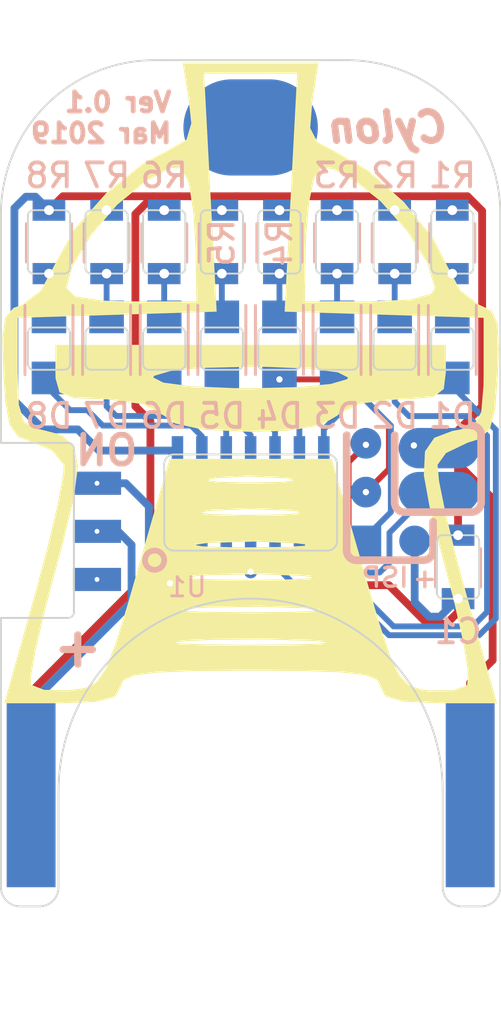
<source format=kicad_pcb>
(kicad_pcb (version 4) (host pcbnew 4.0.6)

  (general
    (links 37)
    (no_connects 1)
    (area 109.769999 77.199999 135.870001 121.300001)
    (thickness 1.6)
    (drawings 39)
    (tracks 165)
    (zones 0)
    (modules 23)
    (nets 25)
  )

  (page USLetter)
  (layers
    (0 F.Cu signal)
    (31 B.Cu signal)
    (34 B.Paste user)
    (35 F.Paste user)
    (36 B.SilkS user)
    (37 F.SilkS user)
    (38 B.Mask user)
    (39 F.Mask user)
    (40 Dwgs.User user)
    (44 Edge.Cuts user)
    (46 B.CrtYd user)
  )

  (setup
    (last_trace_width 0.1524)
    (user_trace_width 0.2032)
    (user_trace_width 0.254)
    (user_trace_width 0.3048)
    (user_trace_width 0.4064)
    (user_trace_width 0.6096)
    (user_trace_width 2.032)
    (trace_clearance 0.1524)
    (zone_clearance 0.35)
    (zone_45_only no)
    (trace_min 0.1524)
    (segment_width 0.4)
    (edge_width 0.1)
    (via_size 0.6858)
    (via_drill 0.3302)
    (via_min_size 0.6858)
    (via_min_drill 0.3302)
    (user_via 1 0.5)
    (uvia_size 0.762)
    (uvia_drill 0.508)
    (uvias_allowed no)
    (uvia_min_size 0.508)
    (uvia_min_drill 0.127)
    (pcb_text_width 0.3)
    (pcb_text_size 1.5 1.5)
    (mod_edge_width 0.15)
    (mod_text_size 1 1)
    (mod_text_width 0.15)
    (pad_size 4 5)
    (pad_drill 0)
    (pad_to_mask_clearance 0)
    (aux_axis_origin 0 0)
    (grid_origin 210.82 95.25)
    (visible_elements 7FFFFFFF)
    (pcbplotparams
      (layerselection 0x010f0_80000000)
      (usegerberextensions true)
      (excludeedgelayer true)
      (linewidth 0.100000)
      (plotframeref false)
      (viasonmask false)
      (mode 1)
      (useauxorigin false)
      (hpglpennumber 1)
      (hpglpenspeed 20)
      (hpglpendiameter 15)
      (hpglpenoverlay 2)
      (psnegative false)
      (psa4output false)
      (plotreference true)
      (plotvalue true)
      (plotinvisibletext false)
      (padsonsilk false)
      (subtractmaskfromsilk false)
      (outputformat 1)
      (mirror false)
      (drillshape 0)
      (scaleselection 1)
      (outputdirectory gerbers/))
  )

  (net 0 "")
  (net 1 GND)
  (net 2 +BATT)
  (net 3 "Net-(BT1-Pad1)")
  (net 4 /MISO)
  (net 5 /SCK)
  (net 6 /MOSI)
  (net 7 /RESET)
  (net 8 "Net-(D8-Pad2)")
  (net 9 "Net-(D5-Pad2)")
  (net 10 "Net-(D6-Pad2)")
  (net 11 "Net-(SW1-Pad2)")
  (net 12 "Net-(D7-Pad2)")
  (net 13 "Net-(D1-Pad2)")
  (net 14 "Net-(D2-Pad2)")
  (net 15 "Net-(U1-Pad3)")
  (net 16 "Net-(U1-Pad2)")
  (net 17 "Net-(D1-Pad1)")
  (net 18 "Net-(D2-Pad1)")
  (net 19 "Net-(D3-Pad1)")
  (net 20 "Net-(D4-Pad1)")
  (net 21 "Net-(D5-Pad1)")
  (net 22 "Net-(D6-Pad1)")
  (net 23 "Net-(D7-Pad1)")
  (net 24 "Net-(D8-Pad1)")

  (net_class Default "This is the default net class."
    (clearance 0.1524)
    (trace_width 0.1524)
    (via_dia 0.6858)
    (via_drill 0.3302)
    (uvia_dia 0.762)
    (uvia_drill 0.508)
    (add_net +BATT)
    (add_net /MISO)
    (add_net /MOSI)
    (add_net /RESET)
    (add_net /SCK)
    (add_net GND)
    (add_net "Net-(BT1-Pad1)")
    (add_net "Net-(D1-Pad1)")
    (add_net "Net-(D1-Pad2)")
    (add_net "Net-(D2-Pad1)")
    (add_net "Net-(D2-Pad2)")
    (add_net "Net-(D3-Pad1)")
    (add_net "Net-(D4-Pad1)")
    (add_net "Net-(D5-Pad1)")
    (add_net "Net-(D5-Pad2)")
    (add_net "Net-(D6-Pad1)")
    (add_net "Net-(D6-Pad2)")
    (add_net "Net-(D7-Pad1)")
    (add_net "Net-(D7-Pad2)")
    (add_net "Net-(D8-Pad1)")
    (add_net "Net-(D8-Pad2)")
    (add_net "Net-(SW1-Pad2)")
    (add_net "Net-(U1-Pad2)")
    (add_net "Net-(U1-Pad3)")
  )

  (module footprints:Pin_Header_Straight_1x01 (layer B.Cu) (tedit 5C79BF90) (tstamp 5C7A23C5)
    (at 122.82 80.75)
    (descr "Through hole pin header")
    (tags "pin header")
    (fp_text reference P0 (at -0.6 0.5) (layer B.SilkS) hide
      (effects (font (size 0.127 0.127) (thickness 0.03175)) (justify mirror))
    )
    (fp_text value CONN_01X01 (at 0 -0.9) (layer B.Fab)
      (effects (font (size 0.127 0.127) (thickness 0.03175)) (justify mirror))
    )
    (pad 1 smd oval (at 0 0) (size 7 5) (layers B.Cu B.Paste B.Mask))
  )

  (module footprints:cylon (layer F.Cu) (tedit 0) (tstamp 5C79FCE0)
    (at 122.82 93.75)
    (fp_text reference G*** (at 0 0) (layer F.SilkS) hide
      (effects (font (thickness 0.3)))
    )
    (fp_text value LOGO (at 0.75 0) (layer F.SilkS) hide
      (effects (font (thickness 0.3)))
    )
    (fp_poly (pts (xy 3.209587 -14.367466) (xy 3.095891 -12.969787) (xy 3.471247 -12.238051) (xy 4.201918 -11.865277)
      (xy 6.082883 -10.785748) (xy 7.968318 -9.129614) (xy 9.481711 -7.270824) (xy 10.149667 -5.957975)
      (xy 10.911551 -4.530624) (xy 11.893412 -3.777188) (xy 11.906977 -3.773535) (xy 12.545489 -3.470488)
      (xy 12.857498 -2.80158) (xy 12.921164 -1.477726) (xy 12.870625 -0.209382) (xy 12.725449 1.655376)
      (xy 12.451315 2.689031) (xy 11.917546 3.189371) (xy 11.291853 3.388269) (xy 10.168365 3.926732)
      (xy 9.726501 4.540304) (xy 9.807647 5.399984) (xy 10.150516 7.07648) (xy 10.696104 9.304239)
      (xy 11.194601 11.147778) (xy 12.819905 16.933334) (xy 9.796619 16.933334) (xy 7.952134 16.853553)
      (xy 7.015577 16.574581) (xy 6.773333 16.086667) (xy 6.603508 15.721633) (xy 5.978899 15.476054)
      (xy 4.726809 15.328342) (xy 2.674538 15.256911) (xy 0 15.24) (xy -2.920273 15.261229)
      (xy -4.884907 15.339305) (xy -6.066599 15.495816) (xy -6.63805 15.75235) (xy -6.773334 16.086667)
      (xy -7.058214 16.603212) (xy -8.054373 16.865494) (xy -9.79662 16.933334) (xy -12.819906 16.933334)
      (xy -11.194601 11.147778) (xy -10.537177 8.683376) (xy -10.038897 6.574117) (xy -9.758765 5.085555)
      (xy -9.726501 4.540304) (xy -10.339179 3.801019) (xy -11.291853 3.388269) (xy -12.096447 3.088724)
      (xy -12.546391 2.472377) (xy -12.772364 1.241442) (xy -12.870626 -0.209382) (xy -12.921131 -2.081142)
      (xy -12.773685 -3.104444) (xy -12.135556 -3.104444) (xy -12.135556 -0.282222) (xy -12.073609 1.422411)
      (xy -11.805403 2.302482) (xy -11.207394 2.659286) (xy -10.906546 2.714998) (xy -9.819704 2.993257)
      (xy -9.189287 3.570037) (xy -8.995937 4.622848) (xy -9.220292 6.329196) (xy -9.842994 8.866591)
      (xy -10.124334 9.887021) (xy -10.756125 12.270316) (xy -11.214673 14.248218) (xy -11.446004 15.571279)
      (xy -11.442145 15.977367) (xy -10.759023 16.244906) (xy -9.464264 16.265015) (xy -9.405874 16.25959)
      (xy -8.614863 16.141476) (xy -8.032056 15.838233) (xy -7.545825 15.154346) (xy -7.044544 13.894298)
      (xy -7.00624 13.770366) (xy -3.986337 13.770366) (xy -3.693381 13.833685) (xy -2.461815 13.877981)
      (xy -0.386769 13.897285) (xy 0 13.897656) (xy 2.195983 13.882713) (xy 3.563074 13.841861)
      (xy 4.006145 13.781072) (xy 3.430066 13.706314) (xy 3.245555 13.693994) (xy 0.661701 13.612952)
      (xy -2.133371 13.642693) (xy -3.245556 13.693994) (xy -3.986337 13.770366) (xy -7.00624 13.770366)
      (xy -6.484632 12.082726) (xy -3.647519 12.082726) (xy -3.302397 12.148944) (xy -2.027525 12.193336)
      (xy 0 12.208954) (xy 2.080574 12.192346) (xy 3.327833 12.147165) (xy 3.642222 12.080375)
      (xy 2.963333 12.001646) (xy 0.484823 11.918074) (xy -2.162814 11.957862) (xy -2.963334 12.001646)
      (xy -3.647519 12.082726) (xy -6.484632 12.082726) (xy -6.416588 11.862573) (xy -5.991822 10.396134)
      (xy -3.306012 10.396134) (xy -2.906722 10.465559) (xy -1.587903 10.509576) (xy 0 10.520965)
      (xy 1.959446 10.502312) (xy 3.080475 10.451858) (xy 3.258424 10.377854) (xy 2.681111 10.309556)
      (xy 0.314186 10.223364) (xy -2.173573 10.275991) (xy -2.681111 10.309556) (xy -3.306012 10.396134)
      (xy -5.991822 10.396134) (xy -5.923423 10.16) (xy -5.506454 8.710917) (xy -2.961395 8.710917)
      (xy -2.505703 8.783879) (xy -1.142462 8.826742) (xy 0 8.833886) (xy 1.831656 8.812671)
      (xy 2.818919 8.755668) (xy 2.85114 8.672844) (xy 2.398889 8.617822) (xy 0.151062 8.528995)
      (xy -2.161505 8.598369) (xy -2.398889 8.617822) (xy -2.961395 8.710917) (xy -5.506454 8.710917)
      (xy -5.022072 7.027557) (xy -2.613119 7.027557) (xy -2.098533 7.104387) (xy -0.6907 7.144767)
      (xy 0 7.148008) (xy 1.695967 7.123494) (xy 2.540407 7.058166) (xy 2.41553 6.964344)
      (xy 2.116666 6.926598) (xy -0.002785 6.835267) (xy -2.116667 6.926598) (xy -2.613119 7.027557)
      (xy -5.022072 7.027557) (xy -4.538438 5.346799) (xy -2.260456 5.346799) (xy -1.684187 5.427761)
      (xy -0.232161 5.463312) (xy 0 5.463781) (xy 1.550702 5.434879) (xy 2.241161 5.358641)
      (xy 1.944855 5.250768) (xy 1.834444 5.236128) (xy -0.14479 5.142717) (xy -1.834445 5.236128)
      (xy -2.260456 5.346799) (xy -4.538438 5.346799) (xy -4.218041 4.233334) (xy 4.218041 4.233334)
      (xy 5.923636 10.16) (xy 6.690117 12.766651) (xy 7.265761 14.480469) (xy 7.757189 15.497621)
      (xy 8.27102 16.014269) (xy 8.913874 16.226577) (xy 9.2456 16.271905) (xy 10.555032 16.259217)
      (xy 11.287184 15.989683) (xy 11.319995 15.283627) (xy 11.072548 13.746579) (xy 10.592127 11.627872)
      (xy 10.129861 9.887021) (xy 9.380671 7.045435) (xy 9.024456 5.091645) (xy 9.080431 3.848225)
      (xy 9.567811 3.13775) (xy 10.505808 2.782798) (xy 10.906546 2.714998) (xy 11.645031 2.467594)
      (xy 12.01165 1.799501) (xy 12.129949 0.409425) (xy 12.135555 -0.282222) (xy 12.135555 -3.104444)
      (xy 1.773983 -3.427962) (xy 1.801581 -3.951111) (xy 2.822222 -3.951111) (xy 6.208889 -3.951111)
      (xy 8.328145 -4.048874) (xy 9.410239 -4.352666) (xy 9.593445 -4.656666) (xy 9.185042 -5.982527)
      (xy 8.151883 -7.609662) (xy 6.772624 -9.162413) (xy 5.513134 -10.157336) (xy 4.300274 -10.840438)
      (xy 3.690725 -10.923791) (xy 3.344752 -10.428172) (xy 3.289869 -10.293288) (xy 3.047086 -9.152433)
      (xy 2.888492 -7.420362) (xy 2.861894 -6.632222) (xy 2.822222 -3.951111) (xy 1.801581 -3.951111)
      (xy 2.100441 -9.616203) (xy 2.426898 -15.804444) (xy -2.426899 -15.804444) (xy -2.100441 -9.616203)
      (xy -1.773984 -3.427962) (xy -12.135556 -3.104444) (xy -12.773685 -3.104444) (xy -12.771485 -3.119709)
      (xy -12.34353 -3.614169) (xy -11.906978 -3.773535) (xy -10.924553 -4.514462) (xy -10.847758 -4.656666)
      (xy -9.593446 -4.656666) (xy -9.125503 -4.215094) (xy -7.667974 -3.989468) (xy -6.208889 -3.951111)
      (xy -2.822222 -3.951111) (xy -2.861895 -6.632222) (xy -2.965328 -8.453041) (xy -3.17981 -9.912406)
      (xy -3.28987 -10.293288) (xy -3.625055 -10.881727) (xy -4.168187 -10.894595) (xy -5.259003 -10.311116)
      (xy -5.513135 -10.157336) (xy -6.966953 -8.972734) (xy -8.31609 -7.388295) (xy -9.281886 -5.779676)
      (xy -9.593446 -4.656666) (xy -10.847758 -4.656666) (xy -10.157167 -5.935442) (xy -10.149668 -5.957975)
      (xy -9.168043 -7.721569) (xy -7.529472 -9.565476) (xy -5.610466 -11.115744) (xy -4.201918 -11.865277)
      (xy -3.335049 -12.366747) (xy -3.084702 -13.212737) (xy -3.209587 -14.367466) (xy -3.534373 -16.368888)
      (xy 3.534373 -16.368888) (xy 3.209587 -14.367466)) (layer F.SilkS) (width 0.01))
    (fp_poly (pts (xy 10.16 -0.282222) (xy 10.050778 0.597422) (xy 9.519089 1.008257) (xy 8.2589 1.125057)
      (xy 7.689113 1.128889) (xy 5.777186 1.337962) (xy 4.582067 1.903215) (xy 4.515555 1.975556)
      (xy 3.612434 2.497352) (xy 1.885227 2.76689) (xy 0 2.822223) (xy -2.436489 2.717842)
      (xy -3.927407 2.383981) (xy -4.515556 1.975556) (xy -5.620077 1.379877) (xy -7.476153 1.131108)
      (xy -7.689114 1.128889) (xy -9.22939 1.066513) (xy -9.948771 0.762868) (xy -10.15329 0.043181)
      (xy -10.15418 0) (xy -5.08 0) (xy -4.547158 0.270459) (xy -3.072168 0.463386)
      (xy -0.840333 0.558193) (xy 0 0.564445) (xy 2.434126 0.50524) (xy 4.17047 0.341352)
      (xy 5.023729 0.093371) (xy 5.08 0) (xy 4.547158 -0.270458) (xy 3.072167 -0.463385)
      (xy 0.840332 -0.558192) (xy 0 -0.564444) (xy -2.434126 -0.505239) (xy -4.17047 -0.341352)
      (xy -5.023729 -0.09337) (xy -5.08 0) (xy -10.15418 0) (xy -10.16 -0.282222)
      (xy -10.16 -1.693333) (xy 10.16 -1.693333) (xy 10.16 -0.282222)) (layer F.SilkS) (width 0.01))
  )

  (module footprints:BATT_Fliped (layer B.Cu) (tedit 5C796128) (tstamp 5C62159D)
    (at 122.82 115.25 180)
    (tags battery)
    (path /56CFA61E)
    (fp_text reference BT1 (at 0 -5.08 180) (layer B.SilkS) hide
      (effects (font (size 1.72974 1.08712) (thickness 0.27178)) (justify mirror))
    )
    (fp_text value Battery (at 0 2.54 180) (layer B.SilkS) hide
      (effects (font (size 1.524 1.016) (thickness 0.254)) (justify mirror))
    )
    (fp_arc (start 0 0) (end -10 0) (angle -90) (layer Edge.Cuts) (width 0.1))
    (fp_arc (start 0 0) (end 0 10) (angle -90) (layer Edge.Cuts) (width 0.1))
    (fp_circle (center 0 0) (end -10.16 0) (layer Dwgs.User) (width 0.15))
    (pad 2 smd rect (at 11.43 0 180) (size 2.54 10) (layers F.Cu F.Paste F.Mask)
      (net 1 GND))
    (pad 2 smd rect (at -11.43 0 180) (size 2.54 10) (layers F.Cu F.Paste F.Mask)
      (net 1 GND))
    (pad 1 smd rect (at -11.43 0 180) (size 2.54 10) (layers B.Cu B.Paste B.Mask)
      (net 3 "Net-(BT1-Pad1)"))
    (pad 1 smd rect (at 11.43 0 180) (size 2.54 10) (layers B.Cu B.Paste B.Mask)
      (net 3 "Net-(BT1-Pad1)"))
  )

  (module footprints:AVR-ISP-6 (layer B.Cu) (tedit 5C789046) (tstamp 5B612082)
    (at 128.82 102.25)
    (descr "6-lead dip package, row spacing 7.62 mm (300 mils)")
    (tags "dil dip 2.54 300")
    (path /58609061)
    (fp_text reference CON1 (at 0 2.54) (layer B.SilkS) hide
      (effects (font (size 1 1) (thickness 0.15)) (justify mirror))
    )
    (fp_text value AVR-ISP-6 (at 0 3.72) (layer B.Fab) hide
      (effects (font (size 1 1) (thickness 0.15)) (justify mirror))
    )
    (pad 1 smd rect (at 0 0) (size 1.6 1.6) (layers B.Cu B.Paste B.Mask)
      (net 4 /MISO))
    (pad 2 smd circle (at 2.54 0) (size 1.6 1.6) (layers B.Cu B.Paste B.Mask)
      (net 2 +BATT))
    (pad 3 smd oval (at 0 -2.54) (size 1.6 1.6) (layers B.Cu B.Paste B.Mask)
      (net 5 /SCK))
    (pad 4 smd oval (at 3.81 -2.54) (size 4.2 2.1) (layers B.Cu B.Paste B.Mask)
      (net 6 /MOSI))
    (pad 5 smd oval (at 0 -5.08) (size 1.6 1.6) (layers B.Cu B.Paste B.Mask)
      (net 7 /RESET))
    (pad 6 smd oval (at 3.81 -4.826) (size 4.2 2.1) (layers B.Cu B.Paste B.Mask)
      (net 1 GND))
  )

  (module footprints:SOIC-14_Flip (layer B.Cu) (tedit 5C7963B2) (tstamp 5C62106F)
    (at 122.82 100.25 270)
    (descr "14-Lead Plastic Small Outline (SL) - Narrow, 3.90 mm Body [SOIC] (see Microchip Packaging Specification 00000049BS.pdf)")
    (tags "SOIC 1.27")
    (path /5B62CA43)
    (attr smd)
    (fp_text reference U1 (at 4.4 3.3 360) (layer B.SilkS)
      (effects (font (size 1 1) (thickness 0.15)) (justify mirror))
    )
    (fp_text value ATTINY84A-SSU (at 0 -5.375 270) (layer B.Fab)
      (effects (font (size 1 1) (thickness 0.15)) (justify mirror))
    )
    (fp_line (start -2 -4.5) (end 2 -4.5) (layer Edge.Cuts) (width 0.1))
    (fp_line (start -2 4.5) (end 2 4.5) (layer Edge.Cuts) (width 0.1))
    (fp_line (start 2.5 4) (end 2.5 -4) (layer Edge.Cuts) (width 0.1))
    (fp_line (start -2.5 -4) (end -2.5 4) (layer Edge.Cuts) (width 0.1))
    (fp_arc (start 2 -4) (end 2.5 -4) (angle -90) (layer Edge.Cuts) (width 0.1))
    (fp_arc (start -2 -4) (end -2 -4.5) (angle -90) (layer Edge.Cuts) (width 0.1))
    (fp_arc (start 2 4) (end 2 4.5) (angle -90) (layer Edge.Cuts) (width 0.1))
    (fp_arc (start -2 4) (end -2.5 4) (angle -90) (layer Edge.Cuts) (width 0.1))
    (fp_circle (center 3 5) (end 3 5.5) (layer B.SilkS) (width 0.3))
    (fp_text user %R (at 0 0 270) (layer B.Fab)
      (effects (font (size 0.9 0.9) (thickness 0.135)) (justify mirror))
    )
    (fp_line (start -3.7 4.65) (end -3.7 -4.65) (layer B.CrtYd) (width 0.05))
    (fp_line (start 3.7 4.65) (end 3.7 -4.65) (layer B.CrtYd) (width 0.05))
    (fp_line (start -3.7 4.65) (end 3.7 4.65) (layer B.CrtYd) (width 0.05))
    (fp_line (start -3.7 -4.65) (end 3.7 -4.65) (layer B.CrtYd) (width 0.05))
    (pad 14 smd rect (at -2.7 3.81 270) (size 1.5 0.6) (layers B.Cu B.Paste B.Mask)
      (net 1 GND))
    (pad 13 smd rect (at -2.7 2.54 270) (size 1.5 0.6) (layers B.Cu B.Paste B.Mask)
      (net 8 "Net-(D8-Pad2)"))
    (pad 12 smd rect (at -2.7 1.27 270) (size 1.5 0.6) (layers B.Cu B.Paste B.Mask)
      (net 12 "Net-(D7-Pad2)"))
    (pad 11 smd rect (at -2.7 0 270) (size 1.5 0.6) (layers B.Cu B.Paste B.Mask)
      (net 10 "Net-(D6-Pad2)"))
    (pad 10 smd rect (at -2.7 -1.27 270) (size 1.5 0.6) (layers B.Cu B.Paste B.Mask)
      (net 9 "Net-(D5-Pad2)"))
    (pad 9 smd rect (at -2.7 -2.54 270) (size 1.5 0.6) (layers B.Cu B.Paste B.Mask)
      (net 5 /SCK))
    (pad 8 smd rect (at -2.7 -3.81 270) (size 1.5 0.6) (layers B.Cu B.Paste B.Mask)
      (net 4 /MISO))
    (pad 7 smd rect (at 2.7 -3.81 270) (size 1.5 0.6) (layers B.Cu B.Paste B.Mask)
      (net 6 /MOSI))
    (pad 6 smd rect (at 2.7 -2.54 270) (size 1.5 0.6) (layers B.Cu B.Paste B.Mask)
      (net 14 "Net-(D2-Pad2)"))
    (pad 5 smd rect (at 2.7 -1.27 270) (size 1.5 0.6) (layers B.Cu B.Paste B.Mask)
      (net 13 "Net-(D1-Pad2)"))
    (pad 4 smd rect (at 2.7 0 270) (size 1.5 0.6) (layers B.Cu B.Paste B.Mask)
      (net 7 /RESET))
    (pad 3 smd rect (at 2.7 1.27 270) (size 1.5 0.6) (layers B.Cu B.Paste B.Mask)
      (net 15 "Net-(U1-Pad3)"))
    (pad 2 smd rect (at 2.7 2.54 270) (size 1.5 0.6) (layers B.Cu B.Paste B.Mask)
      (net 16 "Net-(U1-Pad2)"))
    (pad 1 smd rect (at 2.7 3.81 270) (size 1.5 0.6) (layers B.Cu B.Paste B.Mask)
      (net 2 +BATT))
    (model ${KISYS3DMOD}/Housings_SOIC.3dshapes/SOIC-14_3.9x8.7mm_Pitch1.27mm.wrl
      (at (xyz 0 0 0))
      (scale (xyz 1 1 1))
      (rotate (xyz 0 0 0))
    )
  )

  (module footprints:SPST_Fliped (layer F.Cu) (tedit 5C79C1E7) (tstamp 5C62182D)
    (at 113.82 101.75 270)
    (descr "Through hole pin header")
    (tags "pin header")
    (path /5A827680)
    (fp_text reference SW1 (at 0.75 3 270) (layer F.SilkS) hide
      (effects (font (size 1 1) (thickness 0.15)))
    )
    (fp_text value SW_SPDT (at 0.1 0 270) (layer F.Fab)
      (effects (font (size 1 1) (thickness 0.15)))
    )
    (fp_line (start -4.3 0.2) (end 4.2 0.2) (layer Edge.Cuts) (width 0.1))
    (fp_arc (start 4.2 0.5) (end 4.2 0.2) (angle 90) (layer Edge.Cuts) (width 0.1))
    (fp_arc (start -4.3 0.5) (end -4.6 0.5) (angle 90) (layer Edge.Cuts) (width 0.1))
    (fp_line (start -4.6 0.5) (end -4.6 4) (layer Edge.Cuts) (width 0.1))
    (fp_line (start 4.5 0.5) (end 4.5 4) (layer Edge.Cuts) (width 0.1))
    (fp_text user JS102011SAQN (at 0 1.7 270) (layer F.SilkS) hide
      (effects (font (size 0.8 0.8) (thickness 0.1)))
    )
    (pad 3 thru_hole rect (at -2.5 -1 270) (size 1.2 2.5) (drill 0.254) (layers *.Cu *.Paste *.Mask)
      (net 2 +BATT))
    (pad 1 thru_hole rect (at 0 -1 270) (size 1.2 2.5) (drill 0.254) (layers *.Cu *.Paste *.Mask)
      (net 3 "Net-(BT1-Pad1)"))
    (pad 2 thru_hole rect (at 2.5 -1 270) (size 1.2 2.5) (drill 0.254) (layers *.Cu *.Paste *.Mask)
      (net 11 "Net-(SW1-Pad2)"))
    (model Pin_Headers.3dshapes/Pin_Header_Straight_2x06.wrl
      (at (xyz 0.05 -0.25 0))
      (scale (xyz 1 1 1))
      (rotate (xyz 0 0 90))
    )
  )

  (module footprints:R_1206_flip (layer B.Cu) (tedit 5C7966B2) (tstamp 5C632FF4)
    (at 130.32 86.75 90)
    (descr "Resistor SMD 1206, reflow soldering, Vishay (see dcrcw.pdf)")
    (tags "resistor 1206")
    (path /5B613CDA)
    (attr smd)
    (fp_text reference R2 (at 3.5 0 180) (layer B.SilkS)
      (effects (font (size 1.25 1.25) (thickness 0.2)) (justify mirror))
    )
    (fp_text value 100 (at 0.1 -0.1 90) (layer B.Fab)
      (effects (font (size 1 1) (thickness 0.15)) (justify mirror))
    )
    (fp_line (start -1.3 1.1) (end 1.4 1.1) (layer Edge.Cuts) (width 0.1))
    (fp_line (start -1.3 -1.1) (end 1.4 -1.1) (layer Edge.Cuts) (width 0.1))
    (fp_arc (start -1.3 0.8) (end -1.6 0.8) (angle -90) (layer Edge.Cuts) (width 0.1))
    (fp_arc (start -1.3 -0.8) (end -1.3 -1.1) (angle -90) (layer Edge.Cuts) (width 0.1))
    (fp_arc (start 1.4 -0.8) (end 1.7 -0.8) (angle -90) (layer Edge.Cuts) (width 0.1))
    (fp_arc (start 1.4 0.8) (end 1.4 1.1) (angle -90) (layer Edge.Cuts) (width 0.1))
    (fp_line (start 1.7 0.8) (end 1.7 -0.8) (layer Edge.Cuts) (width 0.1))
    (fp_line (start -1.6 0.8) (end -1.6 -0.8) (layer Edge.Cuts) (width 0.1))
    (fp_line (start -2.2 1.2) (end 2.2 1.2) (layer B.CrtYd) (width 0.05))
    (fp_line (start -2.2 -1.2) (end 2.2 -1.2) (layer B.CrtYd) (width 0.05))
    (fp_line (start -2.2 1.2) (end -2.2 -1.2) (layer B.CrtYd) (width 0.05))
    (fp_line (start 2.2 1.2) (end 2.2 -1.2) (layer B.CrtYd) (width 0.05))
    (fp_line (start 1 -1.175) (end -1 -1.175) (layer B.SilkS) (width 0.15))
    (fp_line (start -1 1.175) (end 1 1.175) (layer B.SilkS) (width 0.15))
    (pad 1 thru_hole rect (at -1.6 0 90) (size 1.1 1.7) (drill 0.5) (layers *.Cu *.Paste *.Mask)
      (net 18 "Net-(D2-Pad1)"))
    (pad 2 thru_hole rect (at 1.7 0 90) (size 1.1 1.7) (drill 0.508) (layers *.Cu *.Paste *.Mask)
      (net 1 GND))
    (model Resistors_SMD.3dshapes/R_1206.wrl
      (at (xyz 0 0 0))
      (scale (xyz 1 1 1))
      (rotate (xyz 0 0 0))
    )
  )

  (module footprints:R_1206_flip (layer B.Cu) (tedit 5C7966B1) (tstamp 5C632FA8)
    (at 127.32 86.75 90)
    (descr "Resistor SMD 1206, reflow soldering, Vishay (see dcrcw.pdf)")
    (tags "resistor 1206")
    (path /5B612743)
    (attr smd)
    (fp_text reference R3 (at 3.5 0 180) (layer B.SilkS)
      (effects (font (size 1.25 1.25) (thickness 0.2)) (justify mirror))
    )
    (fp_text value 100 (at 0.1 -0.1 90) (layer B.Fab)
      (effects (font (size 1 1) (thickness 0.15)) (justify mirror))
    )
    (fp_line (start -1.3 1.1) (end 1.4 1.1) (layer Edge.Cuts) (width 0.1))
    (fp_line (start -1.3 -1.1) (end 1.4 -1.1) (layer Edge.Cuts) (width 0.1))
    (fp_arc (start -1.3 0.8) (end -1.6 0.8) (angle -90) (layer Edge.Cuts) (width 0.1))
    (fp_arc (start -1.3 -0.8) (end -1.3 -1.1) (angle -90) (layer Edge.Cuts) (width 0.1))
    (fp_arc (start 1.4 -0.8) (end 1.7 -0.8) (angle -90) (layer Edge.Cuts) (width 0.1))
    (fp_arc (start 1.4 0.8) (end 1.4 1.1) (angle -90) (layer Edge.Cuts) (width 0.1))
    (fp_line (start 1.7 0.8) (end 1.7 -0.8) (layer Edge.Cuts) (width 0.1))
    (fp_line (start -1.6 0.8) (end -1.6 -0.8) (layer Edge.Cuts) (width 0.1))
    (fp_line (start -2.2 1.2) (end 2.2 1.2) (layer B.CrtYd) (width 0.05))
    (fp_line (start -2.2 -1.2) (end 2.2 -1.2) (layer B.CrtYd) (width 0.05))
    (fp_line (start -2.2 1.2) (end -2.2 -1.2) (layer B.CrtYd) (width 0.05))
    (fp_line (start 2.2 1.2) (end 2.2 -1.2) (layer B.CrtYd) (width 0.05))
    (fp_line (start 1 -1.175) (end -1 -1.175) (layer B.SilkS) (width 0.15))
    (fp_line (start -1 1.175) (end 1 1.175) (layer B.SilkS) (width 0.15))
    (pad 1 thru_hole rect (at -1.6 0 90) (size 1.1 1.7) (drill 0.5) (layers *.Cu *.Paste *.Mask)
      (net 19 "Net-(D3-Pad1)"))
    (pad 2 thru_hole rect (at 1.7 0 90) (size 1.1 1.7) (drill 0.508) (layers *.Cu *.Paste *.Mask)
      (net 1 GND))
    (model Resistors_SMD.3dshapes/R_1206.wrl
      (at (xyz 0 0 0))
      (scale (xyz 1 1 1))
      (rotate (xyz 0 0 0))
    )
  )

  (module footprints:R_1206_flip (layer B.Cu) (tedit 5C7966AC) (tstamp 5C621385)
    (at 115.32 86.75 90)
    (descr "Resistor SMD 1206, reflow soldering, Vishay (see dcrcw.pdf)")
    (tags "resistor 1206")
    (path /58D3406E)
    (attr smd)
    (fp_text reference R7 (at 3.5 0 180) (layer B.SilkS)
      (effects (font (size 1.25 1.25) (thickness 0.2)) (justify mirror))
    )
    (fp_text value 100 (at 0.1 -0.1 90) (layer B.Fab)
      (effects (font (size 1 1) (thickness 0.15)) (justify mirror))
    )
    (fp_line (start -1.3 1.1) (end 1.4 1.1) (layer Edge.Cuts) (width 0.1))
    (fp_line (start -1.3 -1.1) (end 1.4 -1.1) (layer Edge.Cuts) (width 0.1))
    (fp_arc (start -1.3 0.8) (end -1.6 0.8) (angle -90) (layer Edge.Cuts) (width 0.1))
    (fp_arc (start -1.3 -0.8) (end -1.3 -1.1) (angle -90) (layer Edge.Cuts) (width 0.1))
    (fp_arc (start 1.4 -0.8) (end 1.7 -0.8) (angle -90) (layer Edge.Cuts) (width 0.1))
    (fp_arc (start 1.4 0.8) (end 1.4 1.1) (angle -90) (layer Edge.Cuts) (width 0.1))
    (fp_line (start 1.7 0.8) (end 1.7 -0.8) (layer Edge.Cuts) (width 0.1))
    (fp_line (start -1.6 0.8) (end -1.6 -0.8) (layer Edge.Cuts) (width 0.1))
    (fp_line (start -2.2 1.2) (end 2.2 1.2) (layer B.CrtYd) (width 0.05))
    (fp_line (start -2.2 -1.2) (end 2.2 -1.2) (layer B.CrtYd) (width 0.05))
    (fp_line (start -2.2 1.2) (end -2.2 -1.2) (layer B.CrtYd) (width 0.05))
    (fp_line (start 2.2 1.2) (end 2.2 -1.2) (layer B.CrtYd) (width 0.05))
    (fp_line (start 1 -1.175) (end -1 -1.175) (layer B.SilkS) (width 0.15))
    (fp_line (start -1 1.175) (end 1 1.175) (layer B.SilkS) (width 0.15))
    (pad 1 thru_hole rect (at -1.6 0 90) (size 1.1 1.7) (drill 0.5) (layers *.Cu *.Paste *.Mask)
      (net 23 "Net-(D7-Pad1)"))
    (pad 2 thru_hole rect (at 1.7 0 90) (size 1.1 1.7) (drill 0.508) (layers *.Cu *.Paste *.Mask)
      (net 1 GND))
    (model Resistors_SMD.3dshapes/R_1206.wrl
      (at (xyz 0 0 0))
      (scale (xyz 1 1 1))
      (rotate (xyz 0 0 0))
    )
  )

  (module footprints:R_1206_flip (layer B.Cu) (tedit 5C7966AF) (tstamp 5C621840)
    (at 118.32 86.75 90)
    (descr "Resistor SMD 1206, reflow soldering, Vishay (see dcrcw.pdf)")
    (tags "resistor 1206")
    (path /58D339BB)
    (attr smd)
    (fp_text reference R6 (at 3.5 0 180) (layer B.SilkS)
      (effects (font (size 1.25 1.25) (thickness 0.2)) (justify mirror))
    )
    (fp_text value 100 (at 0.1 -0.1 90) (layer B.Fab)
      (effects (font (size 1 1) (thickness 0.15)) (justify mirror))
    )
    (fp_line (start -1.3 1.1) (end 1.4 1.1) (layer Edge.Cuts) (width 0.1))
    (fp_line (start -1.3 -1.1) (end 1.4 -1.1) (layer Edge.Cuts) (width 0.1))
    (fp_arc (start -1.3 0.8) (end -1.6 0.8) (angle -90) (layer Edge.Cuts) (width 0.1))
    (fp_arc (start -1.3 -0.8) (end -1.3 -1.1) (angle -90) (layer Edge.Cuts) (width 0.1))
    (fp_arc (start 1.4 -0.8) (end 1.7 -0.8) (angle -90) (layer Edge.Cuts) (width 0.1))
    (fp_arc (start 1.4 0.8) (end 1.4 1.1) (angle -90) (layer Edge.Cuts) (width 0.1))
    (fp_line (start 1.7 0.8) (end 1.7 -0.8) (layer Edge.Cuts) (width 0.1))
    (fp_line (start -1.6 0.8) (end -1.6 -0.8) (layer Edge.Cuts) (width 0.1))
    (fp_line (start -2.2 1.2) (end 2.2 1.2) (layer B.CrtYd) (width 0.05))
    (fp_line (start -2.2 -1.2) (end 2.2 -1.2) (layer B.CrtYd) (width 0.05))
    (fp_line (start -2.2 1.2) (end -2.2 -1.2) (layer B.CrtYd) (width 0.05))
    (fp_line (start 2.2 1.2) (end 2.2 -1.2) (layer B.CrtYd) (width 0.05))
    (fp_line (start 1 -1.175) (end -1 -1.175) (layer B.SilkS) (width 0.15))
    (fp_line (start -1 1.175) (end 1 1.175) (layer B.SilkS) (width 0.15))
    (pad 1 thru_hole rect (at -1.6 0 90) (size 1.1 1.7) (drill 0.5) (layers *.Cu *.Paste *.Mask)
      (net 22 "Net-(D6-Pad1)"))
    (pad 2 thru_hole rect (at 1.7 0 90) (size 1.1 1.7) (drill 0.508) (layers *.Cu *.Paste *.Mask)
      (net 1 GND))
    (model Resistors_SMD.3dshapes/R_1206.wrl
      (at (xyz 0 0 0))
      (scale (xyz 1 1 1))
      (rotate (xyz 0 0 0))
    )
  )

  (module footprints:R_1206_flip (layer B.Cu) (tedit 5C7966A1) (tstamp 5C621364)
    (at 112.32 86.75 90)
    (descr "Resistor SMD 1206, reflow soldering, Vishay (see dcrcw.pdf)")
    (tags "resistor 1206")
    (path /58DDCB43)
    (attr smd)
    (fp_text reference R8 (at 3.5 0 180) (layer B.SilkS)
      (effects (font (size 1.25 1.25) (thickness 0.2)) (justify mirror))
    )
    (fp_text value 100 (at 0.1 -0.1 90) (layer B.Fab)
      (effects (font (size 1 1) (thickness 0.15)) (justify mirror))
    )
    (fp_line (start -1.3 1.1) (end 1.4 1.1) (layer Edge.Cuts) (width 0.1))
    (fp_line (start -1.3 -1.1) (end 1.4 -1.1) (layer Edge.Cuts) (width 0.1))
    (fp_arc (start -1.3 0.8) (end -1.6 0.8) (angle -90) (layer Edge.Cuts) (width 0.1))
    (fp_arc (start -1.3 -0.8) (end -1.3 -1.1) (angle -90) (layer Edge.Cuts) (width 0.1))
    (fp_arc (start 1.4 -0.8) (end 1.7 -0.8) (angle -90) (layer Edge.Cuts) (width 0.1))
    (fp_arc (start 1.4 0.8) (end 1.4 1.1) (angle -90) (layer Edge.Cuts) (width 0.1))
    (fp_line (start 1.7 0.8) (end 1.7 -0.8) (layer Edge.Cuts) (width 0.1))
    (fp_line (start -1.6 0.8) (end -1.6 -0.8) (layer Edge.Cuts) (width 0.1))
    (fp_line (start -2.2 1.2) (end 2.2 1.2) (layer B.CrtYd) (width 0.05))
    (fp_line (start -2.2 -1.2) (end 2.2 -1.2) (layer B.CrtYd) (width 0.05))
    (fp_line (start -2.2 1.2) (end -2.2 -1.2) (layer B.CrtYd) (width 0.05))
    (fp_line (start 2.2 1.2) (end 2.2 -1.2) (layer B.CrtYd) (width 0.05))
    (fp_line (start 1 -1.175) (end -1 -1.175) (layer B.SilkS) (width 0.15))
    (fp_line (start -1 1.175) (end 1 1.175) (layer B.SilkS) (width 0.15))
    (pad 1 thru_hole rect (at -1.6 0 90) (size 1.1 1.7) (drill 0.5) (layers *.Cu *.Paste *.Mask)
      (net 24 "Net-(D8-Pad1)"))
    (pad 2 thru_hole rect (at 1.7 0 90) (size 1.1 1.7) (drill 0.508) (layers *.Cu *.Paste *.Mask)
      (net 1 GND))
    (model Resistors_SMD.3dshapes/R_1206.wrl
      (at (xyz 0 0 0))
      (scale (xyz 1 1 1))
      (rotate (xyz 0 0 0))
    )
  )

  (module footprints:R_1206_flip (layer B.Cu) (tedit 5C7964AA) (tstamp 5C632F6F)
    (at 121.32 86.75 90)
    (descr "Resistor SMD 1206, reflow soldering, Vishay (see dcrcw.pdf)")
    (tags "resistor 1206")
    (path /58D3397B)
    (attr smd)
    (fp_text reference R5 (at 0 0 90) (layer B.SilkS)
      (effects (font (size 1.25 1.25) (thickness 0.2)) (justify mirror))
    )
    (fp_text value 100 (at 0.1 -0.1 90) (layer B.Fab)
      (effects (font (size 1 1) (thickness 0.15)) (justify mirror))
    )
    (fp_line (start -1.3 1.1) (end 1.4 1.1) (layer Edge.Cuts) (width 0.1))
    (fp_line (start -1.3 -1.1) (end 1.4 -1.1) (layer Edge.Cuts) (width 0.1))
    (fp_arc (start -1.3 0.8) (end -1.6 0.8) (angle -90) (layer Edge.Cuts) (width 0.1))
    (fp_arc (start -1.3 -0.8) (end -1.3 -1.1) (angle -90) (layer Edge.Cuts) (width 0.1))
    (fp_arc (start 1.4 -0.8) (end 1.7 -0.8) (angle -90) (layer Edge.Cuts) (width 0.1))
    (fp_arc (start 1.4 0.8) (end 1.4 1.1) (angle -90) (layer Edge.Cuts) (width 0.1))
    (fp_line (start 1.7 0.8) (end 1.7 -0.8) (layer Edge.Cuts) (width 0.1))
    (fp_line (start -1.6 0.8) (end -1.6 -0.8) (layer Edge.Cuts) (width 0.1))
    (fp_line (start -2.2 1.2) (end 2.2 1.2) (layer B.CrtYd) (width 0.05))
    (fp_line (start -2.2 -1.2) (end 2.2 -1.2) (layer B.CrtYd) (width 0.05))
    (fp_line (start -2.2 1.2) (end -2.2 -1.2) (layer B.CrtYd) (width 0.05))
    (fp_line (start 2.2 1.2) (end 2.2 -1.2) (layer B.CrtYd) (width 0.05))
    (fp_line (start 1 -1.175) (end -1 -1.175) (layer B.SilkS) (width 0.15))
    (fp_line (start -1 1.175) (end 1 1.175) (layer B.SilkS) (width 0.15))
    (pad 1 thru_hole rect (at -1.6 0 90) (size 1.1 1.7) (drill 0.5) (layers *.Cu *.Paste *.Mask)
      (net 21 "Net-(D5-Pad1)"))
    (pad 2 thru_hole rect (at 1.7 0 90) (size 1.1 1.7) (drill 0.508) (layers *.Cu *.Paste *.Mask)
      (net 1 GND))
    (model Resistors_SMD.3dshapes/R_1206.wrl
      (at (xyz 0 0 0))
      (scale (xyz 1 1 1))
      (rotate (xyz 0 0 0))
    )
  )

  (module footprints:R_1206_flip (layer B.Cu) (tedit 5C79640E) (tstamp 5C632F95)
    (at 124.32 86.75 90)
    (descr "Resistor SMD 1206, reflow soldering, Vishay (see dcrcw.pdf)")
    (tags "resistor 1206")
    (path /56CEB2B5)
    (attr smd)
    (fp_text reference R4 (at 0 0 90) (layer B.SilkS)
      (effects (font (size 1.25 1.25) (thickness 0.2)) (justify mirror))
    )
    (fp_text value 100 (at 0.1 -0.1 90) (layer B.Fab)
      (effects (font (size 1 1) (thickness 0.15)) (justify mirror))
    )
    (fp_line (start -1.3 1.1) (end 1.4 1.1) (layer Edge.Cuts) (width 0.1))
    (fp_line (start -1.3 -1.1) (end 1.4 -1.1) (layer Edge.Cuts) (width 0.1))
    (fp_arc (start -1.3 0.8) (end -1.6 0.8) (angle -90) (layer Edge.Cuts) (width 0.1))
    (fp_arc (start -1.3 -0.8) (end -1.3 -1.1) (angle -90) (layer Edge.Cuts) (width 0.1))
    (fp_arc (start 1.4 -0.8) (end 1.7 -0.8) (angle -90) (layer Edge.Cuts) (width 0.1))
    (fp_arc (start 1.4 0.8) (end 1.4 1.1) (angle -90) (layer Edge.Cuts) (width 0.1))
    (fp_line (start 1.7 0.8) (end 1.7 -0.8) (layer Edge.Cuts) (width 0.1))
    (fp_line (start -1.6 0.8) (end -1.6 -0.8) (layer Edge.Cuts) (width 0.1))
    (fp_line (start -2.2 1.2) (end 2.2 1.2) (layer B.CrtYd) (width 0.05))
    (fp_line (start -2.2 -1.2) (end 2.2 -1.2) (layer B.CrtYd) (width 0.05))
    (fp_line (start -2.2 1.2) (end -2.2 -1.2) (layer B.CrtYd) (width 0.05))
    (fp_line (start 2.2 1.2) (end 2.2 -1.2) (layer B.CrtYd) (width 0.05))
    (fp_line (start 1 -1.175) (end -1 -1.175) (layer B.SilkS) (width 0.15))
    (fp_line (start -1 1.175) (end 1 1.175) (layer B.SilkS) (width 0.15))
    (pad 1 thru_hole rect (at -1.6 0 90) (size 1.1 1.7) (drill 0.5) (layers *.Cu *.Paste *.Mask)
      (net 20 "Net-(D4-Pad1)"))
    (pad 2 thru_hole rect (at 1.7 0 90) (size 1.1 1.7) (drill 0.508) (layers *.Cu *.Paste *.Mask)
      (net 1 GND))
    (model Resistors_SMD.3dshapes/R_1206.wrl
      (at (xyz 0 0 0))
      (scale (xyz 1 1 1))
      (rotate (xyz 0 0 0))
    )
  )

  (module footprints:R_1206_flip (layer B.Cu) (tedit 5C7963BA) (tstamp 5C6213A5)
    (at 133.62 103.65 90)
    (descr "Resistor SMD 1206, reflow soldering, Vishay (see dcrcw.pdf)")
    (tags "resistor 1206")
    (path /553FDF53)
    (attr smd)
    (fp_text reference C1 (at -3.3 0 180) (layer B.SilkS)
      (effects (font (size 1.25 1.25) (thickness 0.2)) (justify mirror))
    )
    (fp_text value "0.1 uF" (at 0.1 -0.1 90) (layer B.Fab)
      (effects (font (size 1 1) (thickness 0.15)) (justify mirror))
    )
    (fp_line (start -1.3 1.1) (end 1.4 1.1) (layer Edge.Cuts) (width 0.1))
    (fp_line (start -1.3 -1.1) (end 1.4 -1.1) (layer Edge.Cuts) (width 0.1))
    (fp_arc (start -1.3 0.8) (end -1.6 0.8) (angle -90) (layer Edge.Cuts) (width 0.1))
    (fp_arc (start -1.3 -0.8) (end -1.3 -1.1) (angle -90) (layer Edge.Cuts) (width 0.1))
    (fp_arc (start 1.4 -0.8) (end 1.7 -0.8) (angle -90) (layer Edge.Cuts) (width 0.1))
    (fp_arc (start 1.4 0.8) (end 1.4 1.1) (angle -90) (layer Edge.Cuts) (width 0.1))
    (fp_line (start 1.7 0.8) (end 1.7 -0.8) (layer Edge.Cuts) (width 0.1))
    (fp_line (start -1.6 0.8) (end -1.6 -0.8) (layer Edge.Cuts) (width 0.1))
    (fp_line (start -2.2 1.2) (end 2.2 1.2) (layer B.CrtYd) (width 0.05))
    (fp_line (start -2.2 -1.2) (end 2.2 -1.2) (layer B.CrtYd) (width 0.05))
    (fp_line (start -2.2 1.2) (end -2.2 -1.2) (layer B.CrtYd) (width 0.05))
    (fp_line (start 2.2 1.2) (end 2.2 -1.2) (layer B.CrtYd) (width 0.05))
    (fp_line (start 1 -1.175) (end -1 -1.175) (layer B.SilkS) (width 0.15))
    (fp_line (start -1 1.175) (end 1 1.175) (layer B.SilkS) (width 0.15))
    (pad 1 thru_hole rect (at -1.6 0 90) (size 1.1 1.7) (drill 0.5) (layers *.Cu *.Paste *.Mask)
      (net 2 +BATT))
    (pad 2 thru_hole rect (at 1.7 0 90) (size 1.1 1.7) (drill 0.508) (layers *.Cu *.Paste *.Mask)
      (net 1 GND))
    (model Resistors_SMD.3dshapes/R_1206.wrl
      (at (xyz 0 0 0))
      (scale (xyz 1 1 1))
      (rotate (xyz 0 0 0))
    )
  )

  (module footprints:R_1206_flip (layer B.Cu) (tedit 5C7966B3) (tstamp 5C633007)
    (at 133.32 86.75 90)
    (descr "Resistor SMD 1206, reflow soldering, Vishay (see dcrcw.pdf)")
    (tags "resistor 1206")
    (path /5B613D54)
    (attr smd)
    (fp_text reference R1 (at 3.5 0 180) (layer B.SilkS)
      (effects (font (size 1.25 1.25) (thickness 0.2)) (justify mirror))
    )
    (fp_text value 100 (at 0.1 -0.1 90) (layer B.Fab)
      (effects (font (size 1 1) (thickness 0.15)) (justify mirror))
    )
    (fp_line (start -1.3 1.1) (end 1.4 1.1) (layer Edge.Cuts) (width 0.1))
    (fp_line (start -1.3 -1.1) (end 1.4 -1.1) (layer Edge.Cuts) (width 0.1))
    (fp_arc (start -1.3 0.8) (end -1.6 0.8) (angle -90) (layer Edge.Cuts) (width 0.1))
    (fp_arc (start -1.3 -0.8) (end -1.3 -1.1) (angle -90) (layer Edge.Cuts) (width 0.1))
    (fp_arc (start 1.4 -0.8) (end 1.7 -0.8) (angle -90) (layer Edge.Cuts) (width 0.1))
    (fp_arc (start 1.4 0.8) (end 1.4 1.1) (angle -90) (layer Edge.Cuts) (width 0.1))
    (fp_line (start 1.7 0.8) (end 1.7 -0.8) (layer Edge.Cuts) (width 0.1))
    (fp_line (start -1.6 0.8) (end -1.6 -0.8) (layer Edge.Cuts) (width 0.1))
    (fp_line (start -2.2 1.2) (end 2.2 1.2) (layer B.CrtYd) (width 0.05))
    (fp_line (start -2.2 -1.2) (end 2.2 -1.2) (layer B.CrtYd) (width 0.05))
    (fp_line (start -2.2 1.2) (end -2.2 -1.2) (layer B.CrtYd) (width 0.05))
    (fp_line (start 2.2 1.2) (end 2.2 -1.2) (layer B.CrtYd) (width 0.05))
    (fp_line (start 1 -1.175) (end -1 -1.175) (layer B.SilkS) (width 0.15))
    (fp_line (start -1 1.175) (end 1 1.175) (layer B.SilkS) (width 0.15))
    (pad 1 thru_hole rect (at -1.6 0 90) (size 1.1 1.7) (drill 0.5) (layers *.Cu *.Paste *.Mask)
      (net 17 "Net-(D1-Pad1)"))
    (pad 2 thru_hole rect (at 1.7 0 90) (size 1.1 1.7) (drill 0.508) (layers *.Cu *.Paste *.Mask)
      (net 1 GND))
    (model Resistors_SMD.3dshapes/R_1206.wrl
      (at (xyz 0 0 0))
      (scale (xyz 1 1 1))
      (rotate (xyz 0 0 0))
    )
  )

  (module footprints:LED-1206_flip (layer B.Cu) (tedit 5C79668A) (tstamp 5C62103B)
    (at 118.32 92.25 270)
    (descr "LED 1206 smd package")
    (tags "LED1206 SMD")
    (path /58D33940)
    (attr smd)
    (fp_text reference D6 (at 3.5 0 360) (layer B.SilkS)
      (effects (font (size 1.25 1.25) (thickness 0.2)) (justify mirror))
    )
    (fp_text value LED (at 0 -0.1 270) (layer B.Fab)
      (effects (font (size 1 1) (thickness 0.15)) (justify mirror))
    )
    (fp_line (start -0.8 -1.1) (end 0.8 -1.1) (layer Edge.Cuts) (width 0.1))
    (fp_line (start -0.8 1.1) (end 0.8 1.1) (layer Edge.Cuts) (width 0.1))
    (fp_arc (start -0.8 0.8) (end -1.1 0.8) (angle -90) (layer Edge.Cuts) (width 0.1))
    (fp_arc (start 0.8 0.8) (end 0.8 1.1) (angle -90) (layer Edge.Cuts) (width 0.1))
    (fp_arc (start 0.8 -0.8) (end 1.1 -0.8) (angle -90) (layer Edge.Cuts) (width 0.1))
    (fp_arc (start -0.8 -0.8) (end -0.8 -1.1) (angle -90) (layer Edge.Cuts) (width 0.1))
    (fp_line (start 1.1 0.8) (end 1.1 -0.8) (layer Edge.Cuts) (width 0.1))
    (fp_line (start -1.1 0.8) (end -1.1 -0.8) (layer Edge.Cuts) (width 0.1))
    (fp_line (start -2.25 -1.25) (end 1.35 -1.25) (layer B.SilkS) (width 0.15))
    (fp_line (start -2.25 1.25) (end 1.35 1.25) (layer B.SilkS) (width 0.15))
    (fp_line (start 2.5 1.25) (end -2.5 1.25) (layer B.CrtYd) (width 0.05))
    (fp_line (start -2.5 1.25) (end -2.5 -1.25) (layer B.CrtYd) (width 0.05))
    (fp_line (start -2.5 -1.25) (end 2.5 -1.25) (layer B.CrtYd) (width 0.05))
    (fp_line (start 2.5 -1.25) (end 2.5 1.25) (layer B.CrtYd) (width 0.05))
    (pad 2 smd rect (at 1.524 0 90) (size 1.7 1.80086) (layers B.Cu B.Paste B.Mask)
      (net 10 "Net-(D6-Pad2)"))
    (pad 1 smd rect (at -1.651 0 90) (size 1.7 1.80086) (layers B.Cu B.Paste B.Mask)
      (net 22 "Net-(D6-Pad1)"))
    (model LEDs.3dshapes/LED_1206.wrl
      (at (xyz 0 0 0))
      (scale (xyz 1 1 1))
      (rotate (xyz 0 0 0))
    )
  )

  (module footprints:LED-1206_flip (layer B.Cu) (tedit 5C796682) (tstamp 5C632F23)
    (at 115.32 92.25 270)
    (descr "LED 1206 smd package")
    (tags "LED1206 SMD")
    (path /58D34030)
    (attr smd)
    (fp_text reference D7 (at 3.5 0 360) (layer B.SilkS)
      (effects (font (size 1.25 1.25) (thickness 0.2)) (justify mirror))
    )
    (fp_text value LED (at 0 -0.1 270) (layer B.Fab)
      (effects (font (size 1 1) (thickness 0.15)) (justify mirror))
    )
    (fp_line (start -0.8 -1.1) (end 0.8 -1.1) (layer Edge.Cuts) (width 0.1))
    (fp_line (start -0.8 1.1) (end 0.8 1.1) (layer Edge.Cuts) (width 0.1))
    (fp_arc (start -0.8 0.8) (end -1.1 0.8) (angle -90) (layer Edge.Cuts) (width 0.1))
    (fp_arc (start 0.8 0.8) (end 0.8 1.1) (angle -90) (layer Edge.Cuts) (width 0.1))
    (fp_arc (start 0.8 -0.8) (end 1.1 -0.8) (angle -90) (layer Edge.Cuts) (width 0.1))
    (fp_arc (start -0.8 -0.8) (end -0.8 -1.1) (angle -90) (layer Edge.Cuts) (width 0.1))
    (fp_line (start 1.1 0.8) (end 1.1 -0.8) (layer Edge.Cuts) (width 0.1))
    (fp_line (start -1.1 0.8) (end -1.1 -0.8) (layer Edge.Cuts) (width 0.1))
    (fp_line (start -2.25 -1.25) (end 1.35 -1.25) (layer B.SilkS) (width 0.15))
    (fp_line (start -2.25 1.25) (end 1.35 1.25) (layer B.SilkS) (width 0.15))
    (fp_line (start 2.5 1.25) (end -2.5 1.25) (layer B.CrtYd) (width 0.05))
    (fp_line (start -2.5 1.25) (end -2.5 -1.25) (layer B.CrtYd) (width 0.05))
    (fp_line (start -2.5 -1.25) (end 2.5 -1.25) (layer B.CrtYd) (width 0.05))
    (fp_line (start 2.5 -1.25) (end 2.5 1.25) (layer B.CrtYd) (width 0.05))
    (pad 2 smd rect (at 1.524 0 90) (size 1.7 1.80086) (layers B.Cu B.Paste B.Mask)
      (net 12 "Net-(D7-Pad2)"))
    (pad 1 smd rect (at -1.651 0 90) (size 1.7 1.80086) (layers B.Cu B.Paste B.Mask)
      (net 23 "Net-(D7-Pad1)"))
    (model LEDs.3dshapes/LED_1206.wrl
      (at (xyz 0 0 0))
      (scale (xyz 1 1 1))
      (rotate (xyz 0 0 0))
    )
  )

  (module footprints:LED-1206_flip (layer B.Cu) (tedit 5C79667B) (tstamp 5C632F36)
    (at 112.32 92.25 270)
    (descr "LED 1206 smd package")
    (tags "LED1206 SMD")
    (path /58DDCAFF)
    (attr smd)
    (fp_text reference D8 (at 3.5 0 360) (layer B.SilkS)
      (effects (font (size 1.25 1.25) (thickness 0.2)) (justify mirror))
    )
    (fp_text value LED (at 0 -0.1 270) (layer B.Fab)
      (effects (font (size 1 1) (thickness 0.15)) (justify mirror))
    )
    (fp_line (start -0.8 -1.1) (end 0.8 -1.1) (layer Edge.Cuts) (width 0.1))
    (fp_line (start -0.8 1.1) (end 0.8 1.1) (layer Edge.Cuts) (width 0.1))
    (fp_arc (start -0.8 0.8) (end -1.1 0.8) (angle -90) (layer Edge.Cuts) (width 0.1))
    (fp_arc (start 0.8 0.8) (end 0.8 1.1) (angle -90) (layer Edge.Cuts) (width 0.1))
    (fp_arc (start 0.8 -0.8) (end 1.1 -0.8) (angle -90) (layer Edge.Cuts) (width 0.1))
    (fp_arc (start -0.8 -0.8) (end -0.8 -1.1) (angle -90) (layer Edge.Cuts) (width 0.1))
    (fp_line (start 1.1 0.8) (end 1.1 -0.8) (layer Edge.Cuts) (width 0.1))
    (fp_line (start -1.1 0.8) (end -1.1 -0.8) (layer Edge.Cuts) (width 0.1))
    (fp_line (start -2.25 -1.25) (end 1.35 -1.25) (layer B.SilkS) (width 0.15))
    (fp_line (start -2.25 1.25) (end 1.35 1.25) (layer B.SilkS) (width 0.15))
    (fp_line (start 2.5 1.25) (end -2.5 1.25) (layer B.CrtYd) (width 0.05))
    (fp_line (start -2.5 1.25) (end -2.5 -1.25) (layer B.CrtYd) (width 0.05))
    (fp_line (start -2.5 -1.25) (end 2.5 -1.25) (layer B.CrtYd) (width 0.05))
    (fp_line (start 2.5 -1.25) (end 2.5 1.25) (layer B.CrtYd) (width 0.05))
    (pad 2 smd rect (at 1.524 0 90) (size 1.7 1.80086) (layers B.Cu B.Paste B.Mask)
      (net 8 "Net-(D8-Pad2)"))
    (pad 1 smd rect (at -1.651 0 90) (size 1.7 1.80086) (layers B.Cu B.Paste B.Mask)
      (net 24 "Net-(D8-Pad1)"))
    (model LEDs.3dshapes/LED_1206.wrl
      (at (xyz 0 0 0))
      (scale (xyz 1 1 1))
      (rotate (xyz 0 0 0))
    )
  )

  (module footprints:LED-1206_flip (layer B.Cu) (tedit 5C79668E) (tstamp 5C633040)
    (at 121.32 92.25 270)
    (descr "LED 1206 smd package")
    (tags "LED1206 SMD")
    (path /58D338E3)
    (attr smd)
    (fp_text reference D5 (at 3.5 0 360) (layer B.SilkS)
      (effects (font (size 1.25 1.25) (thickness 0.2)) (justify mirror))
    )
    (fp_text value LED (at 0 -0.1 270) (layer B.Fab)
      (effects (font (size 1 1) (thickness 0.15)) (justify mirror))
    )
    (fp_line (start -0.8 -1.1) (end 0.8 -1.1) (layer Edge.Cuts) (width 0.1))
    (fp_line (start -0.8 1.1) (end 0.8 1.1) (layer Edge.Cuts) (width 0.1))
    (fp_arc (start -0.8 0.8) (end -1.1 0.8) (angle -90) (layer Edge.Cuts) (width 0.1))
    (fp_arc (start 0.8 0.8) (end 0.8 1.1) (angle -90) (layer Edge.Cuts) (width 0.1))
    (fp_arc (start 0.8 -0.8) (end 1.1 -0.8) (angle -90) (layer Edge.Cuts) (width 0.1))
    (fp_arc (start -0.8 -0.8) (end -0.8 -1.1) (angle -90) (layer Edge.Cuts) (width 0.1))
    (fp_line (start 1.1 0.8) (end 1.1 -0.8) (layer Edge.Cuts) (width 0.1))
    (fp_line (start -1.1 0.8) (end -1.1 -0.8) (layer Edge.Cuts) (width 0.1))
    (fp_line (start -2.25 -1.25) (end 1.35 -1.25) (layer B.SilkS) (width 0.15))
    (fp_line (start -2.25 1.25) (end 1.35 1.25) (layer B.SilkS) (width 0.15))
    (fp_line (start 2.5 1.25) (end -2.5 1.25) (layer B.CrtYd) (width 0.05))
    (fp_line (start -2.5 1.25) (end -2.5 -1.25) (layer B.CrtYd) (width 0.05))
    (fp_line (start -2.5 -1.25) (end 2.5 -1.25) (layer B.CrtYd) (width 0.05))
    (fp_line (start 2.5 -1.25) (end 2.5 1.25) (layer B.CrtYd) (width 0.05))
    (pad 2 smd rect (at 1.524 0 90) (size 1.7 1.80086) (layers B.Cu B.Paste B.Mask)
      (net 9 "Net-(D5-Pad2)"))
    (pad 1 smd rect (at -1.651 0 90) (size 1.7 1.80086) (layers B.Cu B.Paste B.Mask)
      (net 21 "Net-(D5-Pad1)"))
    (model LEDs.3dshapes/LED_1206.wrl
      (at (xyz 0 0 0))
      (scale (xyz 1 1 1))
      (rotate (xyz 0 0 0))
    )
  )

  (module footprints:LED-1206_flip (layer B.Cu) (tedit 5C796692) (tstamp 5C633053)
    (at 124.32 92.25 270)
    (descr "LED 1206 smd package")
    (tags "LED1206 SMD")
    (path /58C49927)
    (attr smd)
    (fp_text reference D4 (at 3.5 0 360) (layer B.SilkS)
      (effects (font (size 1.25 1.25) (thickness 0.2)) (justify mirror))
    )
    (fp_text value LED (at 0 -0.1 270) (layer B.Fab)
      (effects (font (size 1 1) (thickness 0.15)) (justify mirror))
    )
    (fp_line (start -0.8 -1.1) (end 0.8 -1.1) (layer Edge.Cuts) (width 0.1))
    (fp_line (start -0.8 1.1) (end 0.8 1.1) (layer Edge.Cuts) (width 0.1))
    (fp_arc (start -0.8 0.8) (end -1.1 0.8) (angle -90) (layer Edge.Cuts) (width 0.1))
    (fp_arc (start 0.8 0.8) (end 0.8 1.1) (angle -90) (layer Edge.Cuts) (width 0.1))
    (fp_arc (start 0.8 -0.8) (end 1.1 -0.8) (angle -90) (layer Edge.Cuts) (width 0.1))
    (fp_arc (start -0.8 -0.8) (end -0.8 -1.1) (angle -90) (layer Edge.Cuts) (width 0.1))
    (fp_line (start 1.1 0.8) (end 1.1 -0.8) (layer Edge.Cuts) (width 0.1))
    (fp_line (start -1.1 0.8) (end -1.1 -0.8) (layer Edge.Cuts) (width 0.1))
    (fp_line (start -2.25 -1.25) (end 1.35 -1.25) (layer B.SilkS) (width 0.15))
    (fp_line (start -2.25 1.25) (end 1.35 1.25) (layer B.SilkS) (width 0.15))
    (fp_line (start 2.5 1.25) (end -2.5 1.25) (layer B.CrtYd) (width 0.05))
    (fp_line (start -2.5 1.25) (end -2.5 -1.25) (layer B.CrtYd) (width 0.05))
    (fp_line (start -2.5 -1.25) (end 2.5 -1.25) (layer B.CrtYd) (width 0.05))
    (fp_line (start 2.5 -1.25) (end 2.5 1.25) (layer B.CrtYd) (width 0.05))
    (pad 2 smd rect (at 1.524 0 90) (size 1.7 1.80086) (layers B.Cu B.Paste B.Mask)
      (net 5 /SCK))
    (pad 1 smd rect (at -1.651 0 90) (size 1.7 1.80086) (layers B.Cu B.Paste B.Mask)
      (net 20 "Net-(D4-Pad1)"))
    (model LEDs.3dshapes/LED_1206.wrl
      (at (xyz 0 0 0))
      (scale (xyz 1 1 1))
      (rotate (xyz 0 0 0))
    )
  )

  (module footprints:LED-1206_flip (layer B.Cu) (tedit 5C796695) (tstamp 5C633066)
    (at 127.32 92.25 270)
    (descr "LED 1206 smd package")
    (tags "LED1206 SMD")
    (path /5B6126D8)
    (attr smd)
    (fp_text reference D3 (at 3.5 0 360) (layer B.SilkS)
      (effects (font (size 1.25 1.25) (thickness 0.2)) (justify mirror))
    )
    (fp_text value LED (at 0 -0.1 270) (layer B.Fab)
      (effects (font (size 1 1) (thickness 0.15)) (justify mirror))
    )
    (fp_line (start -0.8 -1.1) (end 0.8 -1.1) (layer Edge.Cuts) (width 0.1))
    (fp_line (start -0.8 1.1) (end 0.8 1.1) (layer Edge.Cuts) (width 0.1))
    (fp_arc (start -0.8 0.8) (end -1.1 0.8) (angle -90) (layer Edge.Cuts) (width 0.1))
    (fp_arc (start 0.8 0.8) (end 0.8 1.1) (angle -90) (layer Edge.Cuts) (width 0.1))
    (fp_arc (start 0.8 -0.8) (end 1.1 -0.8) (angle -90) (layer Edge.Cuts) (width 0.1))
    (fp_arc (start -0.8 -0.8) (end -0.8 -1.1) (angle -90) (layer Edge.Cuts) (width 0.1))
    (fp_line (start 1.1 0.8) (end 1.1 -0.8) (layer Edge.Cuts) (width 0.1))
    (fp_line (start -1.1 0.8) (end -1.1 -0.8) (layer Edge.Cuts) (width 0.1))
    (fp_line (start -2.25 -1.25) (end 1.35 -1.25) (layer B.SilkS) (width 0.15))
    (fp_line (start -2.25 1.25) (end 1.35 1.25) (layer B.SilkS) (width 0.15))
    (fp_line (start 2.5 1.25) (end -2.5 1.25) (layer B.CrtYd) (width 0.05))
    (fp_line (start -2.5 1.25) (end -2.5 -1.25) (layer B.CrtYd) (width 0.05))
    (fp_line (start -2.5 -1.25) (end 2.5 -1.25) (layer B.CrtYd) (width 0.05))
    (fp_line (start 2.5 -1.25) (end 2.5 1.25) (layer B.CrtYd) (width 0.05))
    (pad 2 smd rect (at 1.524 0 90) (size 1.7 1.80086) (layers B.Cu B.Paste B.Mask)
      (net 4 /MISO))
    (pad 1 smd rect (at -1.651 0 90) (size 1.7 1.80086) (layers B.Cu B.Paste B.Mask)
      (net 19 "Net-(D3-Pad1)"))
    (model LEDs.3dshapes/LED_1206.wrl
      (at (xyz 0 0 0))
      (scale (xyz 1 1 1))
      (rotate (xyz 0 0 0))
    )
  )

  (module footprints:LED-1206_flip (layer B.Cu) (tedit 5C796699) (tstamp 5C633079)
    (at 130.32 92.25 270)
    (descr "LED 1206 smd package")
    (tags "LED1206 SMD")
    (path /5B613B61)
    (attr smd)
    (fp_text reference D2 (at 3.5 0 360) (layer B.SilkS)
      (effects (font (size 1.25 1.25) (thickness 0.2)) (justify mirror))
    )
    (fp_text value LED (at 0 -0.1 270) (layer B.Fab)
      (effects (font (size 1 1) (thickness 0.15)) (justify mirror))
    )
    (fp_line (start -0.8 -1.1) (end 0.8 -1.1) (layer Edge.Cuts) (width 0.1))
    (fp_line (start -0.8 1.1) (end 0.8 1.1) (layer Edge.Cuts) (width 0.1))
    (fp_arc (start -0.8 0.8) (end -1.1 0.8) (angle -90) (layer Edge.Cuts) (width 0.1))
    (fp_arc (start 0.8 0.8) (end 0.8 1.1) (angle -90) (layer Edge.Cuts) (width 0.1))
    (fp_arc (start 0.8 -0.8) (end 1.1 -0.8) (angle -90) (layer Edge.Cuts) (width 0.1))
    (fp_arc (start -0.8 -0.8) (end -0.8 -1.1) (angle -90) (layer Edge.Cuts) (width 0.1))
    (fp_line (start 1.1 0.8) (end 1.1 -0.8) (layer Edge.Cuts) (width 0.1))
    (fp_line (start -1.1 0.8) (end -1.1 -0.8) (layer Edge.Cuts) (width 0.1))
    (fp_line (start -2.25 -1.25) (end 1.35 -1.25) (layer B.SilkS) (width 0.15))
    (fp_line (start -2.25 1.25) (end 1.35 1.25) (layer B.SilkS) (width 0.15))
    (fp_line (start 2.5 1.25) (end -2.5 1.25) (layer B.CrtYd) (width 0.05))
    (fp_line (start -2.5 1.25) (end -2.5 -1.25) (layer B.CrtYd) (width 0.05))
    (fp_line (start -2.5 -1.25) (end 2.5 -1.25) (layer B.CrtYd) (width 0.05))
    (fp_line (start 2.5 -1.25) (end 2.5 1.25) (layer B.CrtYd) (width 0.05))
    (pad 2 smd rect (at 1.524 0 90) (size 1.7 1.80086) (layers B.Cu B.Paste B.Mask)
      (net 14 "Net-(D2-Pad2)"))
    (pad 1 smd rect (at -1.651 0 90) (size 1.7 1.80086) (layers B.Cu B.Paste B.Mask)
      (net 18 "Net-(D2-Pad1)"))
    (model LEDs.3dshapes/LED_1206.wrl
      (at (xyz 0 0 0))
      (scale (xyz 1 1 1))
      (rotate (xyz 0 0 0))
    )
  )

  (module footprints:LED-1206_flip (layer B.Cu) (tedit 5C79669D) (tstamp 5C63308C)
    (at 133.32 92.25 270)
    (descr "LED 1206 smd package")
    (tags "LED1206 SMD")
    (path /5B613BD5)
    (attr smd)
    (fp_text reference D1 (at 3.5 0 360) (layer B.SilkS)
      (effects (font (size 1.25 1.25) (thickness 0.2)) (justify mirror))
    )
    (fp_text value LED (at 0 -0.1 270) (layer B.Fab)
      (effects (font (size 1 1) (thickness 0.15)) (justify mirror))
    )
    (fp_line (start -0.8 -1.1) (end 0.8 -1.1) (layer Edge.Cuts) (width 0.1))
    (fp_line (start -0.8 1.1) (end 0.8 1.1) (layer Edge.Cuts) (width 0.1))
    (fp_arc (start -0.8 0.8) (end -1.1 0.8) (angle -90) (layer Edge.Cuts) (width 0.1))
    (fp_arc (start 0.8 0.8) (end 0.8 1.1) (angle -90) (layer Edge.Cuts) (width 0.1))
    (fp_arc (start 0.8 -0.8) (end 1.1 -0.8) (angle -90) (layer Edge.Cuts) (width 0.1))
    (fp_arc (start -0.8 -0.8) (end -0.8 -1.1) (angle -90) (layer Edge.Cuts) (width 0.1))
    (fp_line (start 1.1 0.8) (end 1.1 -0.8) (layer Edge.Cuts) (width 0.1))
    (fp_line (start -1.1 0.8) (end -1.1 -0.8) (layer Edge.Cuts) (width 0.1))
    (fp_line (start -2.25 -1.25) (end 1.35 -1.25) (layer B.SilkS) (width 0.15))
    (fp_line (start -2.25 1.25) (end 1.35 1.25) (layer B.SilkS) (width 0.15))
    (fp_line (start 2.5 1.25) (end -2.5 1.25) (layer B.CrtYd) (width 0.05))
    (fp_line (start -2.5 1.25) (end -2.5 -1.25) (layer B.CrtYd) (width 0.05))
    (fp_line (start -2.5 -1.25) (end 2.5 -1.25) (layer B.CrtYd) (width 0.05))
    (fp_line (start 2.5 -1.25) (end 2.5 1.25) (layer B.CrtYd) (width 0.05))
    (pad 2 smd rect (at 1.524 0 90) (size 1.7 1.80086) (layers B.Cu B.Paste B.Mask)
      (net 13 "Net-(D1-Pad2)"))
    (pad 1 smd rect (at -1.651 0 90) (size 1.7 1.80086) (layers B.Cu B.Paste B.Mask)
      (net 17 "Net-(D1-Pad1)"))
    (model LEDs.3dshapes/LED_1206.wrl
      (at (xyz 0 0 0))
      (scale (xyz 1 1 1))
      (rotate (xyz 0 0 0))
    )
  )

  (gr_text Cylon (at 133.32 80.75) (layer B.SilkS)
    (effects (font (size 1.5 1.5) (thickness 0.375) italic) (justify left mirror))
  )
  (gr_line (start 127.82 102.75) (end 127.82 96.75) (angle 90) (layer B.SilkS) (width 0.4))
  (gr_line (start 132.32 102.75) (end 132.32 101.25) (angle 90) (layer B.SilkS) (width 0.4))
  (gr_line (start 128.32 103.25) (end 131.82 103.25) (angle 90) (layer B.SilkS) (width 0.4))
  (gr_arc (start 131.82 102.75) (end 132.32 102.75) (angle 90) (layer B.SilkS) (width 0.4))
  (gr_arc (start 128.32 102.75) (end 128.32 103.25) (angle 90) (layer B.SilkS) (width 0.4))
  (gr_line (start 130.82 100.75) (end 134.32 100.75) (angle 90) (layer B.SilkS) (width 0.4))
  (gr_line (start 134.82 96.75) (end 134.82 100.25) (angle 90) (layer B.SilkS) (width 0.4))
  (gr_line (start 130.32 96.75) (end 130.32 100.25) (angle 90) (layer B.SilkS) (width 0.4))
  (gr_arc (start 130.82 100.25) (end 130.82 100.75) (angle 90) (layer B.SilkS) (width 0.4))
  (gr_arc (start 134.32 100.25) (end 134.82 100.25) (angle 90) (layer B.SilkS) (width 0.4))
  (gr_arc (start 134.32 96.75) (end 134.32 96.25) (angle 90) (layer B.SilkS) (width 0.4))
  (gr_line (start 109.82 97.15) (end 109.82 85.25) (angle 90) (layer Edge.Cuts) (width 0.1))
  (gr_line (start 109.82 106.35) (end 109.82 106.25) (angle 90) (layer Edge.Cuts) (width 0.1))
  (gr_line (start 118.32 77.25) (end 118.22 77.25) (angle 90) (layer Edge.Cuts) (width 0.1))
  (gr_line (start 109.82 106.45) (end 109.82 106.35) (angle 90) (layer Edge.Cuts) (width 0.1))
  (gr_line (start 109.82 120.25) (end 109.82 106.45) (angle 90) (layer Edge.Cuts) (width 0.1))
  (gr_line (start 118.32 77.25) (end 127.32 77.25) (angle 90) (layer Edge.Cuts) (width 0.1))
  (gr_text ISP (at 129.82 104.15) (layer B.SilkS)
    (effects (font (size 1 1) (thickness 0.175)) (justify mirror))
  )
  (gr_line (start 118.22 77.25) (end 117.82 77.25) (angle 90) (layer Edge.Cuts) (width 0.1))
  (gr_line (start 127.32 77.25) (end 127.82 77.25) (angle 90) (layer Edge.Cuts) (width 0.1))
  (gr_line (start 133.82 121.25) (end 134.82 121.25) (angle 90) (layer Edge.Cuts) (width 0.1))
  (gr_line (start 132.82 120.25) (end 132.82 115.25) (angle 90) (layer Edge.Cuts) (width 0.1))
  (gr_line (start 112.82 120.25) (end 112.82 115.25) (angle 90) (layer Edge.Cuts) (width 0.1))
  (gr_line (start 110.82 121.25) (end 111.82 121.25) (angle 90) (layer Edge.Cuts) (width 0.1))
  (gr_arc (start 111.82 120.25) (end 112.82 120.25) (angle 90) (layer Edge.Cuts) (width 0.1))
  (gr_arc (start 110.82 120.25) (end 110.82 121.25) (angle 90) (layer Edge.Cuts) (width 0.1))
  (gr_arc (start 133.82 120.25) (end 133.82 121.25) (angle 90) (layer Edge.Cuts) (width 0.1))
  (gr_arc (start 134.82 120.25) (end 135.82 120.25) (angle 90) (layer Edge.Cuts) (width 0.1))
  (gr_line (start 135.82 85.25) (end 135.82 120.25) (angle 90) (layer Edge.Cuts) (width 0.1))
  (gr_arc (start 127.82 85.25) (end 127.82 77.25) (angle 90) (layer Edge.Cuts) (width 0.1))
  (gr_arc (start 117.82 85.25) (end 109.82 85.25) (angle 90) (layer Edge.Cuts) (width 0.1))
  (gr_line (start 117.82 84.25) (end 117.82 86.25) (angle 90) (layer Dwgs.User) (width 0.254))
  (gr_line (start 116.82 85.25) (end 118.82 85.25) (angle 90) (layer Dwgs.User) (width 0.254))
  (gr_text "Ver 0.1\nMar 2019" (at 118.82 80.25) (layer B.SilkS)
    (effects (font (size 1 1) (thickness 0.25)) (justify left mirror))
  )
  (gr_text ON (at 115.32 97.55) (layer B.SilkS)
    (effects (font (size 1.5 1.5) (thickness 0.3)) (justify mirror))
  )
  (gr_text + (at 113.82 107.75) (layer B.SilkS)
    (effects (font (size 2 2) (thickness 0.375)) (justify mirror))
  )
  (gr_line (start 122.82 127.25) (end 122.82 74.25) (angle 90) (layer Dwgs.User) (width 0.254))
  (gr_text + (at 131.82 104.25 90) (layer B.SilkS)
    (effects (font (size 1 1) (thickness 0.175)) (justify mirror))
  )

  (segment (start 119.01 97.55) (end 114.92 97.55) (width 0.4064) (layer B.Cu) (net 1))
  (segment (start 111.62 84.35) (end 112.32 85.05) (width 0.4064) (layer B.Cu) (net 1) (tstamp 5C79FE69))
  (segment (start 111.12 84.35) (end 111.62 84.35) (width 0.4064) (layer B.Cu) (net 1) (tstamp 5C79FE68))
  (segment (start 110.52 84.95) (end 111.12 84.35) (width 0.4064) (layer B.Cu) (net 1) (tstamp 5C79FE67))
  (segment (start 110.52 94.95) (end 110.52 84.95) (width 0.4064) (layer B.Cu) (net 1) (tstamp 5C79FE66))
  (segment (start 112.02 96.45) (end 110.52 94.95) (width 0.4064) (layer B.Cu) (net 1) (tstamp 5C79FE65))
  (segment (start 113.82 96.45) (end 112.02 96.45) (width 0.4064) (layer B.Cu) (net 1) (tstamp 5C79FE64))
  (segment (start 114.92 97.55) (end 113.82 96.45) (width 0.4064) (layer B.Cu) (net 1) (tstamp 5C79FE63))
  (segment (start 134.25 115.25) (end 134.25 109.62) (width 0.4064) (layer F.Cu) (net 1))
  (segment (start 135.42 100.05) (end 133.62 98.25) (width 0.4064) (layer F.Cu) (net 1) (tstamp 5C79FE10))
  (segment (start 135.42 108.45) (end 135.42 100.05) (width 0.4064) (layer F.Cu) (net 1) (tstamp 5C79FE0F))
  (segment (start 134.25 109.62) (end 135.42 108.45) (width 0.4064) (layer F.Cu) (net 1) (tstamp 5C79FE0E))
  (segment (start 131.318 97.282) (end 132.652 97.282) (width 0.4064) (layer F.Cu) (net 1))
  (segment (start 133.62 98.25) (end 133.62 101.95) (width 0.4064) (layer F.Cu) (net 1) (tstamp 5C79FE08))
  (segment (start 132.652 97.282) (end 133.62 98.25) (width 0.4064) (layer F.Cu) (net 1) (tstamp 5C79FE07))
  (segment (start 117.602 97.282) (end 117.602 96.032) (width 0.4064) (layer F.Cu) (net 1))
  (segment (start 116.82 85.25) (end 117.742 84.328) (width 0.4064) (layer F.Cu) (net 1) (tstamp 5C79D764))
  (segment (start 116.82 95.25) (end 116.82 85.25) (width 0.4064) (layer F.Cu) (net 1) (tstamp 5C79D763))
  (segment (start 117.602 96.032) (end 116.82 95.25) (width 0.4064) (layer F.Cu) (net 1) (tstamp 5C79D762))
  (segment (start 111.39 115.25) (end 111.39 110.098) (width 0.4064) (layer F.Cu) (net 1))
  (segment (start 117.602 103.886) (end 117.602 97.282) (width 0.4064) (layer F.Cu) (net 1) (tstamp 5C79D34E))
  (segment (start 111.39 110.098) (end 117.602 103.886) (width 0.4064) (layer F.Cu) (net 1) (tstamp 5C79D34C))
  (segment (start 116.078 84.328) (end 113.042 84.328) (width 0.4064) (layer F.Cu) (net 1))
  (segment (start 113.042 84.328) (end 112.32 85.05) (width 0.4064) (layer F.Cu) (net 1) (tstamp 5C79D343))
  (segment (start 119.126 84.328) (end 117.742 84.328) (width 0.4064) (layer F.Cu) (net 1))
  (segment (start 117.742 84.328) (end 116.078 84.328) (width 0.4064) (layer F.Cu) (net 1) (tstamp 5C79D767))
  (segment (start 116.078 84.328) (end 116.042 84.328) (width 0.4064) (layer F.Cu) (net 1) (tstamp 5C79D341))
  (segment (start 116.042 84.328) (end 115.32 85.05) (width 0.4064) (layer F.Cu) (net 1) (tstamp 5C79D33E))
  (segment (start 122.174 84.328) (end 119.126 84.328) (width 0.4064) (layer F.Cu) (net 1))
  (segment (start 119.126 84.328) (end 119.042 84.328) (width 0.4064) (layer F.Cu) (net 1) (tstamp 5C79D33C))
  (segment (start 119.042 84.328) (end 118.32 85.05) (width 0.4064) (layer F.Cu) (net 1) (tstamp 5C79D339))
  (segment (start 125.222 84.328) (end 122.174 84.328) (width 0.4064) (layer F.Cu) (net 1))
  (segment (start 122.174 84.328) (end 122.042 84.328) (width 0.4064) (layer F.Cu) (net 1) (tstamp 5C79D337))
  (segment (start 122.042 84.328) (end 121.32 85.05) (width 0.4064) (layer F.Cu) (net 1) (tstamp 5C79D331))
  (segment (start 128.042 84.328) (end 125.222 84.328) (width 0.4064) (layer F.Cu) (net 1))
  (segment (start 125.222 84.328) (end 125.042 84.328) (width 0.4064) (layer F.Cu) (net 1) (tstamp 5C79D32F))
  (segment (start 125.042 84.328) (end 124.32 85.05) (width 0.4064) (layer F.Cu) (net 1) (tstamp 5C79D32C))
  (segment (start 131.042 84.328) (end 128.042 84.328) (width 0.4064) (layer F.Cu) (net 1))
  (segment (start 128.042 84.328) (end 127.32 85.05) (width 0.4064) (layer F.Cu) (net 1) (tstamp 5C79D329))
  (segment (start 133.32 85.05) (end 133.31 85.05) (width 0.4064) (layer F.Cu) (net 1))
  (segment (start 133.31 85.05) (end 132.588 84.328) (width 0.4064) (layer F.Cu) (net 1) (tstamp 5C79D324))
  (segment (start 131.318 97.282) (end 132.842 97.282) (width 0.4064) (layer F.Cu) (net 1))
  (segment (start 131.042 84.328) (end 130.32 85.05) (width 0.4064) (layer F.Cu) (net 1) (tstamp 5C79D321))
  (segment (start 134.112 84.328) (end 132.588 84.328) (width 0.4064) (layer F.Cu) (net 1) (tstamp 5C79D320))
  (segment (start 132.588 84.328) (end 131.042 84.328) (width 0.4064) (layer F.Cu) (net 1) (tstamp 5C79D327))
  (segment (start 134.874 85.09) (end 134.112 84.328) (width 0.4064) (layer F.Cu) (net 1) (tstamp 5C79D31F))
  (segment (start 134.874 95.25) (end 134.874 85.09) (width 0.4064) (layer F.Cu) (net 1) (tstamp 5C79D31D))
  (segment (start 132.842 97.282) (end 134.874 95.25) (width 0.4064) (layer F.Cu) (net 1) (tstamp 5C79D31C))
  (segment (start 131.318 97.282) (end 131.46 97.424) (width 0.4064) (layer B.Cu) (net 1) (tstamp 5C79D318))
  (via (at 131.318 97.282) (size 0.6858) (drill 0.3302) (layers F.Cu B.Cu) (net 1))
  (segment (start 131.46 97.424) (end 132.63 97.424) (width 0.4064) (layer B.Cu) (net 1) (tstamp 5C79D319))
  (segment (start 119.01 97.55) (end 119.01 97.24) (width 0.3048) (layer B.Cu) (net 1))
  (segment (start 131.36 102.25) (end 131.36 105.424796) (width 0.4064) (layer B.Cu) (net 2))
  (segment (start 132.685204 106.184796) (end 133.62 105.25) (width 0.4064) (layer B.Cu) (net 2) (tstamp 5C79FE5D))
  (segment (start 132.12 106.184796) (end 132.685204 106.184796) (width 0.4064) (layer B.Cu) (net 2) (tstamp 5C79FE5C))
  (segment (start 131.36 105.424796) (end 132.12 106.184796) (width 0.4064) (layer B.Cu) (net 2) (tstamp 5C79FE5B))
  (segment (start 118.02 104.45) (end 118.62 104.45) (width 0.4064) (layer B.Cu) (net 2))
  (via (at 118.62 104.45) (size 0.6858) (drill 0.3302) (layers F.Cu B.Cu) (net 2))
  (segment (start 118.62 104.45) (end 118.72 104.55) (width 0.4064) (layer F.Cu) (net 2) (tstamp 5C79FE51))
  (segment (start 118.72 104.55) (end 130.02 104.55) (width 0.4064) (layer F.Cu) (net 2) (tstamp 5C79FE52))
  (segment (start 130.02 104.55) (end 132.02 106.55) (width 0.4064) (layer F.Cu) (net 2) (tstamp 5C79FE53))
  (segment (start 132.02 106.55) (end 133.02 106.55) (width 0.4064) (layer F.Cu) (net 2) (tstamp 5C79FE55))
  (segment (start 133.02 106.55) (end 133.62 105.95) (width 0.4064) (layer F.Cu) (net 2) (tstamp 5C79FE56))
  (segment (start 133.62 105.95) (end 133.62 105.25) (width 0.4064) (layer F.Cu) (net 2) (tstamp 5C79FE57))
  (segment (start 114.82 99.25) (end 116.32 99.25) (width 0.4064) (layer B.Cu) (net 2))
  (segment (start 119.01 104.06) (end 119.01 102.95) (width 0.4064) (layer B.Cu) (net 2) (tstamp 5C79FE3F))
  (segment (start 118.62 104.45) (end 119.01 104.06) (width 0.4064) (layer B.Cu) (net 2) (tstamp 5C79FE3E))
  (segment (start 117.52 103.95) (end 118.02 104.45) (width 0.4064) (layer B.Cu) (net 2) (tstamp 5C79FE3C))
  (segment (start 117.52 100.45) (end 117.52 103.95) (width 0.4064) (layer B.Cu) (net 2) (tstamp 5C79FE3B))
  (segment (start 116.32 99.25) (end 117.52 100.45) (width 0.4064) (layer B.Cu) (net 2) (tstamp 5C79FE3A))
  (segment (start 131.22 102.39) (end 131.36 102.25) (width 0.4064) (layer B.Cu) (net 2) (tstamp 5C79FDE4))
  (segment (start 119.01 102.95) (end 119.01 102.96) (width 0.3048) (layer B.Cu) (net 2))
  (segment (start 111.39 115.25) (end 111.39 110.68) (width 0.4064) (layer B.Cu) (net 3))
  (segment (start 111.39 110.68) (end 116.62 105.45) (width 0.4064) (layer B.Cu) (net 3) (tstamp 5C79FE32))
  (segment (start 116.62 105.45) (end 116.62 102.45) (width 0.4064) (layer B.Cu) (net 3) (tstamp 5C79FE34))
  (segment (start 116.62 102.45) (end 115.92 101.75) (width 0.4064) (layer B.Cu) (net 3) (tstamp 5C79FE36))
  (segment (start 115.92 101.75) (end 114.82 101.75) (width 0.4064) (layer B.Cu) (net 3) (tstamp 5C79FE37))
  (segment (start 114.554 101.6) (end 115.57 101.6) (width 0.4064) (layer F.Cu) (net 3) (tstamp 5C79D30E))
  (segment (start 115.82 101.35) (end 115.57 101.6) (width 0.4064) (layer F.Cu) (net 3) (tstamp 5C79D30F))
  (segment (start 128.82 102.25) (end 128.82 102.05) (width 0.3048) (layer B.Cu) (net 4))
  (segment (start 128.82 102.05) (end 130.12 100.75) (width 0.3048) (layer B.Cu) (net 4) (tstamp 5C79D283))
  (segment (start 130.12 100.75) (end 130.12 96.25) (width 0.3048) (layer B.Cu) (net 4) (tstamp 5C79D284))
  (segment (start 130.12 96.25) (end 127.644 93.774) (width 0.3048) (layer B.Cu) (net 4) (tstamp 5C79D286))
  (segment (start 127.644 93.774) (end 127.32 93.774) (width 0.3048) (layer B.Cu) (net 4) (tstamp 5C79D288))
  (segment (start 127.32 93.774) (end 127.32 95.75) (width 0.3048) (layer B.Cu) (net 4))
  (segment (start 126.63 96.44) (end 126.63 97.55) (width 0.3048) (layer B.Cu) (net 4) (tstamp 5C79D1FA))
  (segment (start 127.32 95.75) (end 126.63 96.44) (width 0.3048) (layer B.Cu) (net 4) (tstamp 5C79D1F9))
  (via (at 128.82 99.71) (size 0.6858) (drill 0.3302) (layers F.Cu B.Cu) (net 5))
  (segment (start 124.32 93.774) (end 124.32 93.85) (width 0.3048) (layer B.Cu) (net 5) (tstamp 5C79D293))
  (via (at 124.32 93.85) (size 0.6858) (drill 0.3302) (layers F.Cu B.Cu) (net 5))
  (segment (start 127.72 93.85) (end 124.32 93.85) (width 0.3048) (layer F.Cu) (net 5) (tstamp 5C79D290))
  (segment (start 130.02 96.15) (end 127.72 93.85) (width 0.3048) (layer F.Cu) (net 5) (tstamp 5C79D28E))
  (segment (start 130.02 98.51) (end 130.02 96.15) (width 0.3048) (layer F.Cu) (net 5) (tstamp 5C79D28D))
  (segment (start 130.02 98.51) (end 128.82 99.71) (width 0.3048) (layer F.Cu) (net 5) (tstamp 5C79D28C))
  (segment (start 124.32 93.774) (end 124.32 95.25) (width 0.3048) (layer B.Cu) (net 5))
  (segment (start 125.36 96.29) (end 125.36 97.55) (width 0.3048) (layer B.Cu) (net 5) (tstamp 5C79D1F6))
  (segment (start 124.32 95.25) (end 125.36 96.29) (width 0.3048) (layer B.Cu) (net 5) (tstamp 5C79D1F5))
  (segment (start 130.048 103.378) (end 130.048 101.822) (width 0.3048) (layer B.Cu) (net 6))
  (segment (start 129.54 103.886) (end 130.048 103.378) (width 0.3048) (layer B.Cu) (net 6) (tstamp 5C79D242))
  (segment (start 127.508 103.886) (end 129.54 103.886) (width 0.3048) (layer B.Cu) (net 6) (tstamp 5C79D241))
  (segment (start 126.63 103.008) (end 127.508 103.886) (width 0.3048) (layer B.Cu) (net 6) (tstamp 5C79D240))
  (segment (start 130.048 101.822) (end 132.16 99.71) (width 0.3048) (layer B.Cu) (net 6) (tstamp 5C79D27D))
  (segment (start 132.16 99.71) (end 132.63 99.71) (width 0.3048) (layer B.Cu) (net 6) (tstamp 5C79D27E))
  (segment (start 126.63 102.95) (end 126.63 103.008) (width 0.3048) (layer B.Cu) (net 6))
  (segment (start 122.82 102.95) (end 122.82 103.85) (width 0.3048) (layer B.Cu) (net 7))
  (segment (start 123.02 103.65) (end 127.12 103.65) (width 0.3048) (layer F.Cu) (net 7) (tstamp 5C79FE49))
  (segment (start 122.82 103.85) (end 123.02 103.65) (width 0.3048) (layer F.Cu) (net 7) (tstamp 5C79FE48))
  (via (at 122.82 103.85) (size 0.6858) (drill 0.3302) (layers F.Cu B.Cu) (net 7))
  (segment (start 128.82 97.25) (end 128.82 97.17) (width 0.3048) (layer B.Cu) (net 7) (tstamp 5C79D2AE))
  (via (at 128.82 97.25) (size 0.6858) (drill 0.3302) (layers F.Cu B.Cu) (net 7))
  (segment (start 127.92 98.15) (end 128.82 97.25) (width 0.3048) (layer F.Cu) (net 7) (tstamp 5C79D2AC))
  (segment (start 127.92 102.85) (end 127.92 98.15) (width 0.3048) (layer F.Cu) (net 7) (tstamp 5C79D2AA))
  (segment (start 127.12 103.65) (end 127.92 102.85) (width 0.3048) (layer F.Cu) (net 7) (tstamp 5C79FE4C))
  (segment (start 112.32 93.774) (end 112.32 94.35) (width 0.3048) (layer B.Cu) (net 8))
  (segment (start 112.32 94.35) (end 113.42 95.45) (width 0.3048) (layer B.Cu) (net 8) (tstamp 5C79FE6C))
  (segment (start 113.42 95.45) (end 114.32 95.45) (width 0.3048) (layer B.Cu) (net 8) (tstamp 5C79FE6D))
  (segment (start 114.32 95.45) (end 115.12 96.25) (width 0.3048) (layer B.Cu) (net 8) (tstamp 5C79FE6E))
  (segment (start 115.12 96.25) (end 119.72 96.25) (width 0.3048) (layer B.Cu) (net 8) (tstamp 5C79FE6F))
  (segment (start 119.72 96.25) (end 120.28 96.81) (width 0.3048) (layer B.Cu) (net 8) (tstamp 5C79FE70))
  (segment (start 120.28 96.81) (end 120.28 97.55) (width 0.3048) (layer B.Cu) (net 8) (tstamp 5C79FE71))
  (segment (start 124.09 97.55) (end 124.09 96.544) (width 0.3048) (layer B.Cu) (net 9))
  (segment (start 124.09 96.544) (end 121.32 93.774) (width 0.3048) (layer B.Cu) (net 9) (tstamp 5C79D1F2))
  (segment (start 118.32 93.774) (end 118.32 94.75) (width 0.3048) (layer B.Cu) (net 10))
  (segment (start 122.82 96.75) (end 122.82 97.55) (width 0.3048) (layer B.Cu) (net 10) (tstamp 5C79D1ED))
  (segment (start 121.32 95.25) (end 122.82 96.75) (width 0.3048) (layer B.Cu) (net 10) (tstamp 5C79D1EC))
  (segment (start 118.82 95.25) (end 121.32 95.25) (width 0.3048) (layer B.Cu) (net 10) (tstamp 5C79D1EB))
  (segment (start 118.32 94.75) (end 118.82 95.25) (width 0.3048) (layer B.Cu) (net 10) (tstamp 5C79D1EA))
  (segment (start 115.32 93.774) (end 115.32 95.25) (width 0.3048) (layer B.Cu) (net 12))
  (segment (start 121.55 96.48) (end 121.55 97.55) (width 0.3048) (layer B.Cu) (net 12) (tstamp 5C79D1E7))
  (segment (start 120.82 95.75) (end 121.55 96.48) (width 0.3048) (layer B.Cu) (net 12) (tstamp 5C79D1E6))
  (segment (start 115.82 95.75) (end 120.82 95.75) (width 0.3048) (layer B.Cu) (net 12) (tstamp 5C79D1E5))
  (segment (start 115.32 95.25) (end 115.82 95.75) (width 0.3048) (layer B.Cu) (net 12) (tstamp 5C79D1E4))
  (segment (start 125.476 104.902) (end 127.772 104.902) (width 0.3048) (layer B.Cu) (net 13))
  (segment (start 124.09 103.516) (end 125.222 104.648) (width 0.3048) (layer B.Cu) (net 13) (tstamp 5C79D21F))
  (segment (start 135.585202 96.469202) (end 133.32 94.204) (width 0.3048) (layer B.Cu) (net 13) (tstamp 5C79D254))
  (segment (start 135.585202 96.469202) (end 135.585202 100.77338) (width 0.3048) (layer B.Cu) (net 13) (tstamp 5C79D255))
  (segment (start 125.476 104.902) (end 125.222 104.648) (width 0.3048) (layer B.Cu) (net 13) (tstamp 5C79D25B))
  (segment (start 135.585202 106.284798) (end 135.585202 100.77338) (width 0.3048) (layer B.Cu) (net 13) (tstamp 5C79FDEC))
  (segment (start 134.72 107.15) (end 135.585202 106.284798) (width 0.3048) (layer B.Cu) (net 13) (tstamp 5C79FDEB))
  (segment (start 130.02 107.15) (end 134.72 107.15) (width 0.3048) (layer B.Cu) (net 13) (tstamp 5C79FDE9))
  (segment (start 127.772 104.902) (end 130.02 107.15) (width 0.3048) (layer B.Cu) (net 13) (tstamp 5C79FDE7))
  (segment (start 133.32 93.774) (end 133.32 94.204) (width 0.3048) (layer B.Cu) (net 13))
  (segment (start 124.09 103.516) (end 124.09 102.95) (width 0.3048) (layer B.Cu) (net 13) (tstamp 5C79D220))
  (segment (start 126.484 104.386) (end 127.956 104.386) (width 0.3048) (layer B.Cu) (net 14))
  (segment (start 135.128 100.584) (end 135.128 96.774) (width 0.3048) (layer B.Cu) (net 14) (tstamp 5C79D24B))
  (segment (start 135.128 96.774) (end 134.112 95.758) (width 0.3048) (layer B.Cu) (net 14) (tstamp 5C79D24D))
  (segment (start 134.112 95.758) (end 131.064 95.758) (width 0.3048) (layer B.Cu) (net 14) (tstamp 5C79D24F))
  (segment (start 131.064 95.758) (end 130.32 95.014) (width 0.3048) (layer B.Cu) (net 14) (tstamp 5C79D250))
  (segment (start 130.32 95.014) (end 130.32 93.774) (width 0.3048) (layer B.Cu) (net 14) (tstamp 5C79D251))
  (segment (start 135.128 105.942) (end 135.128 100.584) (width 0.3048) (layer B.Cu) (net 14) (tstamp 5C79FE20))
  (segment (start 134.377202 106.692798) (end 135.128 105.942) (width 0.3048) (layer B.Cu) (net 14) (tstamp 5C79FE1F))
  (segment (start 130.262798 106.692798) (end 134.377202 106.692798) (width 0.3048) (layer B.Cu) (net 14) (tstamp 5C79FE1D))
  (segment (start 127.956 104.386) (end 130.262798 106.692798) (width 0.3048) (layer B.Cu) (net 14) (tstamp 5C79FE1B))
  (segment (start 126.187202 104.089202) (end 126.484 104.386) (width 0.3048) (layer B.Cu) (net 14))
  (segment (start 126.484 104.386) (end 126.492 104.394) (width 0.3048) (layer B.Cu) (net 14) (tstamp 5C79FE19))
  (segment (start 125.36 103.262) (end 126.187202 104.089202) (width 0.3048) (layer B.Cu) (net 14) (tstamp 5C79D20B))
  (segment (start 125.36 102.95) (end 125.36 103.262) (width 0.3048) (layer B.Cu) (net 14))
  (segment (start 133.32 90.599) (end 133.32 88.35) (width 0.3048) (layer B.Cu) (net 17))
  (segment (start 130.32 90.599) (end 130.32 88.35) (width 0.3048) (layer B.Cu) (net 18))
  (segment (start 127.32 90.599) (end 127.32 88.35) (width 0.3048) (layer B.Cu) (net 19))
  (segment (start 124.32 90.599) (end 124.32 88.35) (width 0.3048) (layer B.Cu) (net 20))
  (segment (start 121.32 90.599) (end 121.32 88.35) (width 0.3048) (layer B.Cu) (net 21))
  (segment (start 118.32 90.599) (end 118.32 88.35) (width 0.3048) (layer B.Cu) (net 22))
  (segment (start 115.32 90.599) (end 115.32 88.35) (width 0.3048) (layer B.Cu) (net 23))
  (segment (start 112.32 90.599) (end 112.32 88.35) (width 0.3048) (layer B.Cu) (net 24))

)

</source>
